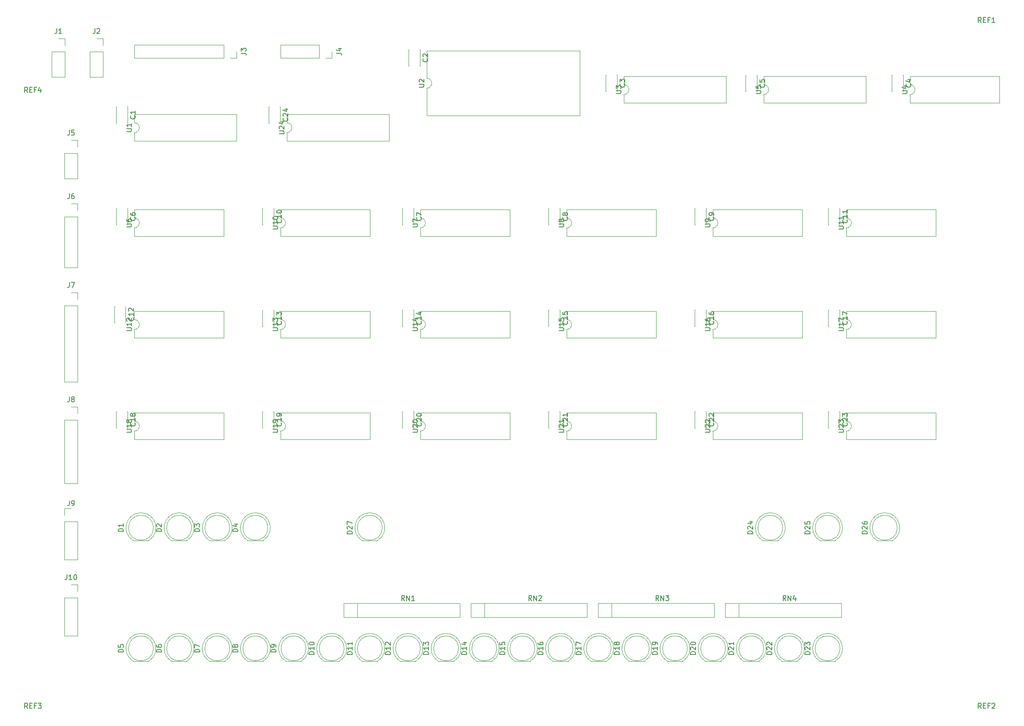
<source format=gbr>
%TF.GenerationSoftware,KiCad,Pcbnew,5.1.6-c6e7f7d~87~ubuntu16.04.1*%
%TF.CreationDate,2022-03-08T12:51:21-05:00*%
%TF.ProjectId,riscy_control,72697363-795f-4636-9f6e-74726f6c2e6b,rev?*%
%TF.SameCoordinates,Original*%
%TF.FileFunction,Legend,Top*%
%TF.FilePolarity,Positive*%
%FSLAX46Y46*%
G04 Gerber Fmt 4.6, Leading zero omitted, Abs format (unit mm)*
G04 Created by KiCad (PCBNEW 5.1.6-c6e7f7d~87~ubuntu16.04.1) date 2022-03-08 12:51:21*
%MOMM*%
%LPD*%
G01*
G04 APERTURE LIST*
%ADD10C,0.120000*%
%ADD11C,0.150000*%
G04 APERTURE END LIST*
D10*
%TO.C,J9*%
X10100000Y-97730000D02*
X11430000Y-97730000D01*
X10100000Y-99060000D02*
X10100000Y-97730000D01*
X10100000Y-100330000D02*
X12760000Y-100330000D01*
X12760000Y-100330000D02*
X12760000Y-108010000D01*
X10100000Y-100330000D02*
X10100000Y-108010000D01*
X10100000Y-108010000D02*
X12760000Y-108010000D01*
%TO.C,U2*%
X82490000Y-6240000D02*
X82490000Y-11700000D01*
X113090000Y-6240000D02*
X82490000Y-6240000D01*
X113090000Y-19160000D02*
X113090000Y-6240000D01*
X82490000Y-19160000D02*
X113090000Y-19160000D01*
X82490000Y-13700000D02*
X82490000Y-19160000D01*
X82490000Y-11700000D02*
G75*
G02*
X82490000Y-13700000I0J-1000000D01*
G01*
%TO.C,U24*%
X54550000Y-18940000D02*
X54550000Y-20590000D01*
X74990000Y-18940000D02*
X54550000Y-18940000D01*
X74990000Y-24240000D02*
X74990000Y-18940000D01*
X54550000Y-24240000D02*
X74990000Y-24240000D01*
X54550000Y-22590000D02*
X54550000Y-24240000D01*
X54550000Y-20590000D02*
G75*
G02*
X54550000Y-22590000I0J-1000000D01*
G01*
%TO.C,U23*%
X166310000Y-78630000D02*
X166310000Y-80280000D01*
X184210000Y-78630000D02*
X166310000Y-78630000D01*
X184210000Y-83930000D02*
X184210000Y-78630000D01*
X166310000Y-83930000D02*
X184210000Y-83930000D01*
X166310000Y-82280000D02*
X166310000Y-83930000D01*
X166310000Y-80280000D02*
G75*
G02*
X166310000Y-82280000I0J-1000000D01*
G01*
%TO.C,U22*%
X139640000Y-78630000D02*
X139640000Y-80280000D01*
X157540000Y-78630000D02*
X139640000Y-78630000D01*
X157540000Y-83930000D02*
X157540000Y-78630000D01*
X139640000Y-83930000D02*
X157540000Y-83930000D01*
X139640000Y-82280000D02*
X139640000Y-83930000D01*
X139640000Y-80280000D02*
G75*
G02*
X139640000Y-82280000I0J-1000000D01*
G01*
%TO.C,U21*%
X110430000Y-78630000D02*
X110430000Y-80280000D01*
X128330000Y-78630000D02*
X110430000Y-78630000D01*
X128330000Y-83930000D02*
X128330000Y-78630000D01*
X110430000Y-83930000D02*
X128330000Y-83930000D01*
X110430000Y-82280000D02*
X110430000Y-83930000D01*
X110430000Y-80280000D02*
G75*
G02*
X110430000Y-82280000I0J-1000000D01*
G01*
%TO.C,U20*%
X81220000Y-78630000D02*
X81220000Y-80280000D01*
X99120000Y-78630000D02*
X81220000Y-78630000D01*
X99120000Y-83930000D02*
X99120000Y-78630000D01*
X81220000Y-83930000D02*
X99120000Y-83930000D01*
X81220000Y-82280000D02*
X81220000Y-83930000D01*
X81220000Y-80280000D02*
G75*
G02*
X81220000Y-82280000I0J-1000000D01*
G01*
%TO.C,U19*%
X53280000Y-78630000D02*
X53280000Y-80280000D01*
X71180000Y-78630000D02*
X53280000Y-78630000D01*
X71180000Y-83930000D02*
X71180000Y-78630000D01*
X53280000Y-83930000D02*
X71180000Y-83930000D01*
X53280000Y-82280000D02*
X53280000Y-83930000D01*
X53280000Y-80280000D02*
G75*
G02*
X53280000Y-82280000I0J-1000000D01*
G01*
%TO.C,U18*%
X24070000Y-78630000D02*
X24070000Y-80280000D01*
X41970000Y-78630000D02*
X24070000Y-78630000D01*
X41970000Y-83930000D02*
X41970000Y-78630000D01*
X24070000Y-83930000D02*
X41970000Y-83930000D01*
X24070000Y-82280000D02*
X24070000Y-83930000D01*
X24070000Y-80280000D02*
G75*
G02*
X24070000Y-82280000I0J-1000000D01*
G01*
%TO.C,U17*%
X166310000Y-58310000D02*
X166310000Y-59960000D01*
X184210000Y-58310000D02*
X166310000Y-58310000D01*
X184210000Y-63610000D02*
X184210000Y-58310000D01*
X166310000Y-63610000D02*
X184210000Y-63610000D01*
X166310000Y-61960000D02*
X166310000Y-63610000D01*
X166310000Y-59960000D02*
G75*
G02*
X166310000Y-61960000I0J-1000000D01*
G01*
%TO.C,U16*%
X139640000Y-58310000D02*
X139640000Y-59960000D01*
X157540000Y-58310000D02*
X139640000Y-58310000D01*
X157540000Y-63610000D02*
X157540000Y-58310000D01*
X139640000Y-63610000D02*
X157540000Y-63610000D01*
X139640000Y-61960000D02*
X139640000Y-63610000D01*
X139640000Y-59960000D02*
G75*
G02*
X139640000Y-61960000I0J-1000000D01*
G01*
%TO.C,U15*%
X110430000Y-58310000D02*
X110430000Y-59960000D01*
X128330000Y-58310000D02*
X110430000Y-58310000D01*
X128330000Y-63610000D02*
X128330000Y-58310000D01*
X110430000Y-63610000D02*
X128330000Y-63610000D01*
X110430000Y-61960000D02*
X110430000Y-63610000D01*
X110430000Y-59960000D02*
G75*
G02*
X110430000Y-61960000I0J-1000000D01*
G01*
%TO.C,U14*%
X81220000Y-58310000D02*
X81220000Y-59960000D01*
X99120000Y-58310000D02*
X81220000Y-58310000D01*
X99120000Y-63610000D02*
X99120000Y-58310000D01*
X81220000Y-63610000D02*
X99120000Y-63610000D01*
X81220000Y-61960000D02*
X81220000Y-63610000D01*
X81220000Y-59960000D02*
G75*
G02*
X81220000Y-61960000I0J-1000000D01*
G01*
%TO.C,U13*%
X53280000Y-58310000D02*
X53280000Y-59960000D01*
X71180000Y-58310000D02*
X53280000Y-58310000D01*
X71180000Y-63610000D02*
X71180000Y-58310000D01*
X53280000Y-63610000D02*
X71180000Y-63610000D01*
X53280000Y-61960000D02*
X53280000Y-63610000D01*
X53280000Y-59960000D02*
G75*
G02*
X53280000Y-61960000I0J-1000000D01*
G01*
%TO.C,U12*%
X24070000Y-58310000D02*
X24070000Y-59960000D01*
X41970000Y-58310000D02*
X24070000Y-58310000D01*
X41970000Y-63610000D02*
X41970000Y-58310000D01*
X24070000Y-63610000D02*
X41970000Y-63610000D01*
X24070000Y-61960000D02*
X24070000Y-63610000D01*
X24070000Y-59960000D02*
G75*
G02*
X24070000Y-61960000I0J-1000000D01*
G01*
%TO.C,U11*%
X166310000Y-37990000D02*
X166310000Y-39640000D01*
X184210000Y-37990000D02*
X166310000Y-37990000D01*
X184210000Y-43290000D02*
X184210000Y-37990000D01*
X166310000Y-43290000D02*
X184210000Y-43290000D01*
X166310000Y-41640000D02*
X166310000Y-43290000D01*
X166310000Y-39640000D02*
G75*
G02*
X166310000Y-41640000I0J-1000000D01*
G01*
%TO.C,U10*%
X53280000Y-41640000D02*
X53280000Y-43290000D01*
X53280000Y-43290000D02*
X71180000Y-43290000D01*
X71180000Y-43290000D02*
X71180000Y-37990000D01*
X71180000Y-37990000D02*
X53280000Y-37990000D01*
X53280000Y-37990000D02*
X53280000Y-39640000D01*
X53280000Y-39640000D02*
G75*
G02*
X53280000Y-41640000I0J-1000000D01*
G01*
%TO.C,U9*%
X139640000Y-41640000D02*
X139640000Y-43290000D01*
X139640000Y-43290000D02*
X157540000Y-43290000D01*
X157540000Y-43290000D02*
X157540000Y-37990000D01*
X157540000Y-37990000D02*
X139640000Y-37990000D01*
X139640000Y-37990000D02*
X139640000Y-39640000D01*
X139640000Y-39640000D02*
G75*
G02*
X139640000Y-41640000I0J-1000000D01*
G01*
%TO.C,U8*%
X110430000Y-41640000D02*
X110430000Y-43290000D01*
X110430000Y-43290000D02*
X128330000Y-43290000D01*
X128330000Y-43290000D02*
X128330000Y-37990000D01*
X128330000Y-37990000D02*
X110430000Y-37990000D01*
X110430000Y-37990000D02*
X110430000Y-39640000D01*
X110430000Y-39640000D02*
G75*
G02*
X110430000Y-41640000I0J-1000000D01*
G01*
%TO.C,U7*%
X81220000Y-41640000D02*
X81220000Y-43290000D01*
X81220000Y-43290000D02*
X99120000Y-43290000D01*
X99120000Y-43290000D02*
X99120000Y-37990000D01*
X99120000Y-37990000D02*
X81220000Y-37990000D01*
X81220000Y-37990000D02*
X81220000Y-39640000D01*
X81220000Y-39640000D02*
G75*
G02*
X81220000Y-41640000I0J-1000000D01*
G01*
%TO.C,U6*%
X24070000Y-37990000D02*
X24070000Y-39640000D01*
X41970000Y-37990000D02*
X24070000Y-37990000D01*
X41970000Y-43290000D02*
X41970000Y-37990000D01*
X24070000Y-43290000D02*
X41970000Y-43290000D01*
X24070000Y-41640000D02*
X24070000Y-43290000D01*
X24070000Y-39640000D02*
G75*
G02*
X24070000Y-41640000I0J-1000000D01*
G01*
%TO.C,U5*%
X149800000Y-11320000D02*
X149800000Y-12970000D01*
X170240000Y-11320000D02*
X149800000Y-11320000D01*
X170240000Y-16620000D02*
X170240000Y-11320000D01*
X149800000Y-16620000D02*
X170240000Y-16620000D01*
X149800000Y-14970000D02*
X149800000Y-16620000D01*
X149800000Y-12970000D02*
G75*
G02*
X149800000Y-14970000I0J-1000000D01*
G01*
%TO.C,U4*%
X179010000Y-11320000D02*
X179010000Y-12970000D01*
X196910000Y-11320000D02*
X179010000Y-11320000D01*
X196910000Y-16620000D02*
X196910000Y-11320000D01*
X179010000Y-16620000D02*
X196910000Y-16620000D01*
X179010000Y-14970000D02*
X179010000Y-16620000D01*
X179010000Y-12970000D02*
G75*
G02*
X179010000Y-14970000I0J-1000000D01*
G01*
%TO.C,U3*%
X121860000Y-11320000D02*
X121860000Y-12970000D01*
X142300000Y-11320000D02*
X121860000Y-11320000D01*
X142300000Y-16620000D02*
X142300000Y-11320000D01*
X121860000Y-16620000D02*
X142300000Y-16620000D01*
X121860000Y-14970000D02*
X121860000Y-16620000D01*
X121860000Y-12970000D02*
G75*
G02*
X121860000Y-14970000I0J-1000000D01*
G01*
%TO.C,U1*%
X24070000Y-18940000D02*
X24070000Y-20590000D01*
X44510000Y-18940000D02*
X24070000Y-18940000D01*
X44510000Y-24240000D02*
X44510000Y-18940000D01*
X24070000Y-24240000D02*
X44510000Y-24240000D01*
X24070000Y-22590000D02*
X24070000Y-24240000D01*
X24070000Y-20590000D02*
G75*
G02*
X24070000Y-22590000I0J-1000000D01*
G01*
%TO.C,RN4*%
X144780000Y-116710000D02*
X144780000Y-119510000D01*
X165270000Y-116710000D02*
X142070000Y-116710000D01*
X165270000Y-119510000D02*
X165270000Y-116710000D01*
X142070000Y-119510000D02*
X165270000Y-119510000D01*
X142070000Y-116710000D02*
X142070000Y-119510000D01*
%TO.C,RN3*%
X119380000Y-116710000D02*
X119380000Y-119510000D01*
X139870000Y-116710000D02*
X116670000Y-116710000D01*
X139870000Y-119510000D02*
X139870000Y-116710000D01*
X116670000Y-119510000D02*
X139870000Y-119510000D01*
X116670000Y-116710000D02*
X116670000Y-119510000D01*
%TO.C,RN2*%
X93980000Y-116710000D02*
X93980000Y-119510000D01*
X114470000Y-116710000D02*
X91270000Y-116710000D01*
X114470000Y-119510000D02*
X114470000Y-116710000D01*
X91270000Y-119510000D02*
X114470000Y-119510000D01*
X91270000Y-116710000D02*
X91270000Y-119510000D01*
%TO.C,RN1*%
X68580000Y-116710000D02*
X68580000Y-119510000D01*
X89070000Y-116710000D02*
X65870000Y-116710000D01*
X89070000Y-119510000D02*
X89070000Y-116710000D01*
X65870000Y-119510000D02*
X89070000Y-119510000D01*
X65870000Y-116710000D02*
X65870000Y-119510000D01*
%TO.C,J10*%
X11430000Y-112970000D02*
X12760000Y-112970000D01*
X12760000Y-112970000D02*
X12760000Y-114300000D01*
X12760000Y-115570000D02*
X12760000Y-123250000D01*
X10100000Y-123250000D02*
X12760000Y-123250000D01*
X10100000Y-115570000D02*
X10100000Y-123250000D01*
X10100000Y-115570000D02*
X12760000Y-115570000D01*
%TO.C,J8*%
X11430000Y-77410000D02*
X12760000Y-77410000D01*
X12760000Y-77410000D02*
X12760000Y-78740000D01*
X12760000Y-80010000D02*
X12760000Y-92770000D01*
X10100000Y-92770000D02*
X12760000Y-92770000D01*
X10100000Y-80010000D02*
X10100000Y-92770000D01*
X10100000Y-80010000D02*
X12760000Y-80010000D01*
%TO.C,J7*%
X11430000Y-54550000D02*
X12760000Y-54550000D01*
X12760000Y-54550000D02*
X12760000Y-55880000D01*
X12760000Y-57150000D02*
X12760000Y-72450000D01*
X10100000Y-72450000D02*
X12760000Y-72450000D01*
X10100000Y-57150000D02*
X10100000Y-72450000D01*
X10100000Y-57150000D02*
X12760000Y-57150000D01*
%TO.C,J6*%
X11430000Y-36770000D02*
X12760000Y-36770000D01*
X12760000Y-36770000D02*
X12760000Y-38100000D01*
X12760000Y-39370000D02*
X12760000Y-49590000D01*
X10100000Y-49590000D02*
X12760000Y-49590000D01*
X10100000Y-39370000D02*
X10100000Y-49590000D01*
X10100000Y-39370000D02*
X12760000Y-39370000D01*
%TO.C,J5*%
X11430000Y-24070000D02*
X12760000Y-24070000D01*
X12760000Y-24070000D02*
X12760000Y-25400000D01*
X12760000Y-26670000D02*
X12760000Y-31810000D01*
X10100000Y-31810000D02*
X12760000Y-31810000D01*
X10100000Y-26670000D02*
X10100000Y-31810000D01*
X10100000Y-26670000D02*
X12760000Y-26670000D01*
%TO.C,J4*%
X63560000Y-6350000D02*
X63560000Y-7680000D01*
X63560000Y-7680000D02*
X62230000Y-7680000D01*
X60960000Y-7680000D02*
X53280000Y-7680000D01*
X53280000Y-5020000D02*
X53280000Y-7680000D01*
X60960000Y-5020000D02*
X53280000Y-5020000D01*
X60960000Y-5020000D02*
X60960000Y-7680000D01*
%TO.C,J3*%
X44510000Y-6350000D02*
X44510000Y-7680000D01*
X44510000Y-7680000D02*
X43180000Y-7680000D01*
X41910000Y-7680000D02*
X24070000Y-7680000D01*
X24070000Y-5020000D02*
X24070000Y-7680000D01*
X41910000Y-5020000D02*
X24070000Y-5020000D01*
X41910000Y-5020000D02*
X41910000Y-7680000D01*
%TO.C,J2*%
X16510000Y-3750000D02*
X17840000Y-3750000D01*
X17840000Y-3750000D02*
X17840000Y-5080000D01*
X17840000Y-6350000D02*
X17840000Y-11490000D01*
X15180000Y-11490000D02*
X17840000Y-11490000D01*
X15180000Y-6350000D02*
X15180000Y-11490000D01*
X15180000Y-6350000D02*
X17840000Y-6350000D01*
%TO.C,J1*%
X8890000Y-3750000D02*
X10220000Y-3750000D01*
X10220000Y-3750000D02*
X10220000Y-5080000D01*
X10220000Y-6350000D02*
X10220000Y-11490000D01*
X7560000Y-11490000D02*
X10220000Y-11490000D01*
X7560000Y-6350000D02*
X7560000Y-11490000D01*
X7560000Y-6350000D02*
X10220000Y-6350000D01*
%TO.C,D27*%
X69575000Y-104160000D02*
X72665000Y-104160000D01*
X73620000Y-101600000D02*
G75*
G03*
X73620000Y-101600000I-2500000J0D01*
G01*
X71119538Y-98610000D02*
G75*
G02*
X72664830Y-104160000I462J-2990000D01*
G01*
X71120462Y-98610000D02*
G75*
G03*
X69575170Y-104160000I-462J-2990000D01*
G01*
%TO.C,D26*%
X172445000Y-104160000D02*
X175535000Y-104160000D01*
X176490000Y-101600000D02*
G75*
G03*
X176490000Y-101600000I-2500000J0D01*
G01*
X173989538Y-98610000D02*
G75*
G02*
X175534830Y-104160000I462J-2990000D01*
G01*
X173990462Y-98610000D02*
G75*
G03*
X172445170Y-104160000I-462J-2990000D01*
G01*
%TO.C,D25*%
X161015000Y-104160000D02*
X164105000Y-104160000D01*
X165060000Y-101600000D02*
G75*
G03*
X165060000Y-101600000I-2500000J0D01*
G01*
X162559538Y-98610000D02*
G75*
G02*
X164104830Y-104160000I462J-2990000D01*
G01*
X162560462Y-98610000D02*
G75*
G03*
X161015170Y-104160000I-462J-2990000D01*
G01*
%TO.C,D24*%
X149585000Y-104160000D02*
X152675000Y-104160000D01*
X153630000Y-101600000D02*
G75*
G03*
X153630000Y-101600000I-2500000J0D01*
G01*
X151129538Y-98610000D02*
G75*
G02*
X152674830Y-104160000I462J-2990000D01*
G01*
X151130462Y-98610000D02*
G75*
G03*
X149585170Y-104160000I-462J-2990000D01*
G01*
%TO.C,D23*%
X161015000Y-128290000D02*
X164105000Y-128290000D01*
X165060000Y-125730000D02*
G75*
G03*
X165060000Y-125730000I-2500000J0D01*
G01*
X162559538Y-122740000D02*
G75*
G02*
X164104830Y-128290000I462J-2990000D01*
G01*
X162560462Y-122740000D02*
G75*
G03*
X161015170Y-128290000I-462J-2990000D01*
G01*
%TO.C,D22*%
X153395000Y-128290000D02*
X156485000Y-128290000D01*
X157440000Y-125730000D02*
G75*
G03*
X157440000Y-125730000I-2500000J0D01*
G01*
X154939538Y-122740000D02*
G75*
G02*
X156484830Y-128290000I462J-2990000D01*
G01*
X154940462Y-122740000D02*
G75*
G03*
X153395170Y-128290000I-462J-2990000D01*
G01*
%TO.C,D21*%
X145775000Y-128290000D02*
X148865000Y-128290000D01*
X149820000Y-125730000D02*
G75*
G03*
X149820000Y-125730000I-2500000J0D01*
G01*
X147319538Y-122740000D02*
G75*
G02*
X148864830Y-128290000I462J-2990000D01*
G01*
X147320462Y-122740000D02*
G75*
G03*
X145775170Y-128290000I-462J-2990000D01*
G01*
%TO.C,D20*%
X138155000Y-128290000D02*
X141245000Y-128290000D01*
X142200000Y-125730000D02*
G75*
G03*
X142200000Y-125730000I-2500000J0D01*
G01*
X139699538Y-122740000D02*
G75*
G02*
X141244830Y-128290000I462J-2990000D01*
G01*
X139700462Y-122740000D02*
G75*
G03*
X138155170Y-128290000I-462J-2990000D01*
G01*
%TO.C,D19*%
X130535000Y-128290000D02*
X133625000Y-128290000D01*
X134580000Y-125730000D02*
G75*
G03*
X134580000Y-125730000I-2500000J0D01*
G01*
X132079538Y-122740000D02*
G75*
G02*
X133624830Y-128290000I462J-2990000D01*
G01*
X132080462Y-122740000D02*
G75*
G03*
X130535170Y-128290000I-462J-2990000D01*
G01*
%TO.C,D18*%
X122915000Y-128290000D02*
X126005000Y-128290000D01*
X126960000Y-125730000D02*
G75*
G03*
X126960000Y-125730000I-2500000J0D01*
G01*
X124459538Y-122740000D02*
G75*
G02*
X126004830Y-128290000I462J-2990000D01*
G01*
X124460462Y-122740000D02*
G75*
G03*
X122915170Y-128290000I-462J-2990000D01*
G01*
%TO.C,D17*%
X115295000Y-128290000D02*
X118385000Y-128290000D01*
X119340000Y-125730000D02*
G75*
G03*
X119340000Y-125730000I-2500000J0D01*
G01*
X116839538Y-122740000D02*
G75*
G02*
X118384830Y-128290000I462J-2990000D01*
G01*
X116840462Y-122740000D02*
G75*
G03*
X115295170Y-128290000I-462J-2990000D01*
G01*
%TO.C,D16*%
X107675000Y-128290000D02*
X110765000Y-128290000D01*
X111720000Y-125730000D02*
G75*
G03*
X111720000Y-125730000I-2500000J0D01*
G01*
X109219538Y-122740000D02*
G75*
G02*
X110764830Y-128290000I462J-2990000D01*
G01*
X109220462Y-122740000D02*
G75*
G03*
X107675170Y-128290000I-462J-2990000D01*
G01*
%TO.C,D15*%
X100055000Y-128290000D02*
X103145000Y-128290000D01*
X104100000Y-125730000D02*
G75*
G03*
X104100000Y-125730000I-2500000J0D01*
G01*
X101599538Y-122740000D02*
G75*
G02*
X103144830Y-128290000I462J-2990000D01*
G01*
X101600462Y-122740000D02*
G75*
G03*
X100055170Y-128290000I-462J-2990000D01*
G01*
%TO.C,D14*%
X92435000Y-128290000D02*
X95525000Y-128290000D01*
X96480000Y-125730000D02*
G75*
G03*
X96480000Y-125730000I-2500000J0D01*
G01*
X93979538Y-122740000D02*
G75*
G02*
X95524830Y-128290000I462J-2990000D01*
G01*
X93980462Y-122740000D02*
G75*
G03*
X92435170Y-128290000I-462J-2990000D01*
G01*
%TO.C,D13*%
X84815000Y-128290000D02*
X87905000Y-128290000D01*
X88860000Y-125730000D02*
G75*
G03*
X88860000Y-125730000I-2500000J0D01*
G01*
X86359538Y-122740000D02*
G75*
G02*
X87904830Y-128290000I462J-2990000D01*
G01*
X86360462Y-122740000D02*
G75*
G03*
X84815170Y-128290000I-462J-2990000D01*
G01*
%TO.C,D12*%
X77195000Y-128290000D02*
X80285000Y-128290000D01*
X81240000Y-125730000D02*
G75*
G03*
X81240000Y-125730000I-2500000J0D01*
G01*
X78739538Y-122740000D02*
G75*
G02*
X80284830Y-128290000I462J-2990000D01*
G01*
X78740462Y-122740000D02*
G75*
G03*
X77195170Y-128290000I-462J-2990000D01*
G01*
%TO.C,D11*%
X69575000Y-128290000D02*
X72665000Y-128290000D01*
X73620000Y-125730000D02*
G75*
G03*
X73620000Y-125730000I-2500000J0D01*
G01*
X71119538Y-122740000D02*
G75*
G02*
X72664830Y-128290000I462J-2990000D01*
G01*
X71120462Y-122740000D02*
G75*
G03*
X69575170Y-128290000I-462J-2990000D01*
G01*
%TO.C,D10*%
X61955000Y-128290000D02*
X65045000Y-128290000D01*
X66000000Y-125730000D02*
G75*
G03*
X66000000Y-125730000I-2500000J0D01*
G01*
X63499538Y-122740000D02*
G75*
G02*
X65044830Y-128290000I462J-2990000D01*
G01*
X63500462Y-122740000D02*
G75*
G03*
X61955170Y-128290000I-462J-2990000D01*
G01*
%TO.C,D9*%
X54335000Y-128290000D02*
X57425000Y-128290000D01*
X58380000Y-125730000D02*
G75*
G03*
X58380000Y-125730000I-2500000J0D01*
G01*
X55879538Y-122740000D02*
G75*
G02*
X57424830Y-128290000I462J-2990000D01*
G01*
X55880462Y-122740000D02*
G75*
G03*
X54335170Y-128290000I-462J-2990000D01*
G01*
%TO.C,D8*%
X46715000Y-128290000D02*
X49805000Y-128290000D01*
X50760000Y-125730000D02*
G75*
G03*
X50760000Y-125730000I-2500000J0D01*
G01*
X48259538Y-122740000D02*
G75*
G02*
X49804830Y-128290000I462J-2990000D01*
G01*
X48260462Y-122740000D02*
G75*
G03*
X46715170Y-128290000I-462J-2990000D01*
G01*
%TO.C,D7*%
X39095000Y-128290000D02*
X42185000Y-128290000D01*
X43140000Y-125730000D02*
G75*
G03*
X43140000Y-125730000I-2500000J0D01*
G01*
X40639538Y-122740000D02*
G75*
G02*
X42184830Y-128290000I462J-2990000D01*
G01*
X40640462Y-122740000D02*
G75*
G03*
X39095170Y-128290000I-462J-2990000D01*
G01*
%TO.C,D6*%
X31475000Y-128290000D02*
X34565000Y-128290000D01*
X35520000Y-125730000D02*
G75*
G03*
X35520000Y-125730000I-2500000J0D01*
G01*
X33019538Y-122740000D02*
G75*
G02*
X34564830Y-128290000I462J-2990000D01*
G01*
X33020462Y-122740000D02*
G75*
G03*
X31475170Y-128290000I-462J-2990000D01*
G01*
%TO.C,D5*%
X23855000Y-128290000D02*
X26945000Y-128290000D01*
X27900000Y-125730000D02*
G75*
G03*
X27900000Y-125730000I-2500000J0D01*
G01*
X25399538Y-122740000D02*
G75*
G02*
X26944830Y-128290000I462J-2990000D01*
G01*
X25400462Y-122740000D02*
G75*
G03*
X23855170Y-128290000I-462J-2990000D01*
G01*
%TO.C,D4*%
X46715000Y-104160000D02*
X49805000Y-104160000D01*
X50760000Y-101600000D02*
G75*
G03*
X50760000Y-101600000I-2500000J0D01*
G01*
X48259538Y-98610000D02*
G75*
G02*
X49804830Y-104160000I462J-2990000D01*
G01*
X48260462Y-98610000D02*
G75*
G03*
X46715170Y-104160000I-462J-2990000D01*
G01*
%TO.C,D3*%
X39095000Y-104160000D02*
X42185000Y-104160000D01*
X43140000Y-101600000D02*
G75*
G03*
X43140000Y-101600000I-2500000J0D01*
G01*
X40639538Y-98610000D02*
G75*
G02*
X42184830Y-104160000I462J-2990000D01*
G01*
X40640462Y-98610000D02*
G75*
G03*
X39095170Y-104160000I-462J-2990000D01*
G01*
%TO.C,D2*%
X31475000Y-104160000D02*
X34565000Y-104160000D01*
X35520000Y-101600000D02*
G75*
G03*
X35520000Y-101600000I-2500000J0D01*
G01*
X33019538Y-98610000D02*
G75*
G02*
X34564830Y-104160000I462J-2990000D01*
G01*
X33020462Y-98610000D02*
G75*
G03*
X31475170Y-104160000I-462J-2990000D01*
G01*
%TO.C,D1*%
X23855000Y-104160000D02*
X26945000Y-104160000D01*
X27900000Y-101600000D02*
G75*
G03*
X27900000Y-101600000I-2500000J0D01*
G01*
X25399538Y-98610000D02*
G75*
G02*
X26944830Y-104160000I462J-2990000D01*
G01*
X25400462Y-98610000D02*
G75*
G03*
X23855170Y-104160000I-462J-2990000D01*
G01*
%TO.C,C24*%
X51015000Y-20650000D02*
X50950000Y-20650000D01*
X53190000Y-20650000D02*
X53125000Y-20650000D01*
X51015000Y-17410000D02*
X50950000Y-17410000D01*
X53190000Y-17410000D02*
X53125000Y-17410000D01*
X50950000Y-17410000D02*
X50950000Y-20650000D01*
X53190000Y-17410000D02*
X53190000Y-20650000D01*
%TO.C,C23*%
X162775000Y-81610000D02*
X162710000Y-81610000D01*
X164950000Y-81610000D02*
X164885000Y-81610000D01*
X162775000Y-78370000D02*
X162710000Y-78370000D01*
X164950000Y-78370000D02*
X164885000Y-78370000D01*
X162710000Y-78370000D02*
X162710000Y-81610000D01*
X164950000Y-78370000D02*
X164950000Y-81610000D01*
%TO.C,C22*%
X136105000Y-81610000D02*
X136040000Y-81610000D01*
X138280000Y-81610000D02*
X138215000Y-81610000D01*
X136105000Y-78370000D02*
X136040000Y-78370000D01*
X138280000Y-78370000D02*
X138215000Y-78370000D01*
X136040000Y-78370000D02*
X136040000Y-81610000D01*
X138280000Y-78370000D02*
X138280000Y-81610000D01*
%TO.C,C21*%
X106895000Y-81610000D02*
X106830000Y-81610000D01*
X109070000Y-81610000D02*
X109005000Y-81610000D01*
X106895000Y-78370000D02*
X106830000Y-78370000D01*
X109070000Y-78370000D02*
X109005000Y-78370000D01*
X106830000Y-78370000D02*
X106830000Y-81610000D01*
X109070000Y-78370000D02*
X109070000Y-81610000D01*
%TO.C,C20*%
X77685000Y-81610000D02*
X77620000Y-81610000D01*
X79860000Y-81610000D02*
X79795000Y-81610000D01*
X77685000Y-78370000D02*
X77620000Y-78370000D01*
X79860000Y-78370000D02*
X79795000Y-78370000D01*
X77620000Y-78370000D02*
X77620000Y-81610000D01*
X79860000Y-78370000D02*
X79860000Y-81610000D01*
%TO.C,C19*%
X49745000Y-81610000D02*
X49680000Y-81610000D01*
X51920000Y-81610000D02*
X51855000Y-81610000D01*
X49745000Y-78370000D02*
X49680000Y-78370000D01*
X51920000Y-78370000D02*
X51855000Y-78370000D01*
X49680000Y-78370000D02*
X49680000Y-81610000D01*
X51920000Y-78370000D02*
X51920000Y-81610000D01*
%TO.C,C18*%
X20535000Y-81610000D02*
X20470000Y-81610000D01*
X22710000Y-81610000D02*
X22645000Y-81610000D01*
X20535000Y-78370000D02*
X20470000Y-78370000D01*
X22710000Y-78370000D02*
X22645000Y-78370000D01*
X20470000Y-78370000D02*
X20470000Y-81610000D01*
X22710000Y-78370000D02*
X22710000Y-81610000D01*
%TO.C,C17*%
X162775000Y-61290000D02*
X162710000Y-61290000D01*
X164950000Y-61290000D02*
X164885000Y-61290000D01*
X162775000Y-58050000D02*
X162710000Y-58050000D01*
X164950000Y-58050000D02*
X164885000Y-58050000D01*
X162710000Y-58050000D02*
X162710000Y-61290000D01*
X164950000Y-58050000D02*
X164950000Y-61290000D01*
%TO.C,C16*%
X136105000Y-61290000D02*
X136040000Y-61290000D01*
X138280000Y-61290000D02*
X138215000Y-61290000D01*
X136105000Y-58050000D02*
X136040000Y-58050000D01*
X138280000Y-58050000D02*
X138215000Y-58050000D01*
X136040000Y-58050000D02*
X136040000Y-61290000D01*
X138280000Y-58050000D02*
X138280000Y-61290000D01*
%TO.C,C15*%
X106895000Y-61290000D02*
X106830000Y-61290000D01*
X109070000Y-61290000D02*
X109005000Y-61290000D01*
X106895000Y-58050000D02*
X106830000Y-58050000D01*
X109070000Y-58050000D02*
X109005000Y-58050000D01*
X106830000Y-58050000D02*
X106830000Y-61290000D01*
X109070000Y-58050000D02*
X109070000Y-61290000D01*
%TO.C,C14*%
X77685000Y-61290000D02*
X77620000Y-61290000D01*
X79860000Y-61290000D02*
X79795000Y-61290000D01*
X77685000Y-58050000D02*
X77620000Y-58050000D01*
X79860000Y-58050000D02*
X79795000Y-58050000D01*
X77620000Y-58050000D02*
X77620000Y-61290000D01*
X79860000Y-58050000D02*
X79860000Y-61290000D01*
%TO.C,C13*%
X49745000Y-61330000D02*
X49680000Y-61330000D01*
X51920000Y-61330000D02*
X51855000Y-61330000D01*
X49745000Y-58090000D02*
X49680000Y-58090000D01*
X51920000Y-58090000D02*
X51855000Y-58090000D01*
X49680000Y-58090000D02*
X49680000Y-61330000D01*
X51920000Y-58090000D02*
X51920000Y-61330000D01*
%TO.C,C12*%
X20165000Y-60560000D02*
X20100000Y-60560000D01*
X22340000Y-60560000D02*
X22275000Y-60560000D01*
X20165000Y-57320000D02*
X20100000Y-57320000D01*
X22340000Y-57320000D02*
X22275000Y-57320000D01*
X20100000Y-57320000D02*
X20100000Y-60560000D01*
X22340000Y-57320000D02*
X22340000Y-60560000D01*
%TO.C,C11*%
X162775000Y-40970000D02*
X162710000Y-40970000D01*
X164950000Y-40970000D02*
X164885000Y-40970000D01*
X162775000Y-37730000D02*
X162710000Y-37730000D01*
X164950000Y-37730000D02*
X164885000Y-37730000D01*
X162710000Y-37730000D02*
X162710000Y-40970000D01*
X164950000Y-37730000D02*
X164950000Y-40970000D01*
%TO.C,C10*%
X51920000Y-37730000D02*
X51920000Y-40970000D01*
X49680000Y-37730000D02*
X49680000Y-40970000D01*
X51920000Y-37730000D02*
X51855000Y-37730000D01*
X49745000Y-37730000D02*
X49680000Y-37730000D01*
X51920000Y-40970000D02*
X51855000Y-40970000D01*
X49745000Y-40970000D02*
X49680000Y-40970000D01*
%TO.C,C9*%
X138280000Y-37730000D02*
X138280000Y-40970000D01*
X136040000Y-37730000D02*
X136040000Y-40970000D01*
X138280000Y-37730000D02*
X138215000Y-37730000D01*
X136105000Y-37730000D02*
X136040000Y-37730000D01*
X138280000Y-40970000D02*
X138215000Y-40970000D01*
X136105000Y-40970000D02*
X136040000Y-40970000D01*
%TO.C,C8*%
X109070000Y-37730000D02*
X109070000Y-40970000D01*
X106830000Y-37730000D02*
X106830000Y-40970000D01*
X109070000Y-37730000D02*
X109005000Y-37730000D01*
X106895000Y-37730000D02*
X106830000Y-37730000D01*
X109070000Y-40970000D02*
X109005000Y-40970000D01*
X106895000Y-40970000D02*
X106830000Y-40970000D01*
%TO.C,C7*%
X79860000Y-37730000D02*
X79860000Y-40970000D01*
X77620000Y-37730000D02*
X77620000Y-40970000D01*
X79860000Y-37730000D02*
X79795000Y-37730000D01*
X77685000Y-37730000D02*
X77620000Y-37730000D01*
X79860000Y-40970000D02*
X79795000Y-40970000D01*
X77685000Y-40970000D02*
X77620000Y-40970000D01*
%TO.C,C6*%
X20535000Y-40970000D02*
X20470000Y-40970000D01*
X22710000Y-40970000D02*
X22645000Y-40970000D01*
X20535000Y-37730000D02*
X20470000Y-37730000D01*
X22710000Y-37730000D02*
X22645000Y-37730000D01*
X20470000Y-37730000D02*
X20470000Y-40970000D01*
X22710000Y-37730000D02*
X22710000Y-40970000D01*
%TO.C,C5*%
X146265000Y-14340000D02*
X146200000Y-14340000D01*
X148440000Y-14340000D02*
X148375000Y-14340000D01*
X146265000Y-11100000D02*
X146200000Y-11100000D01*
X148440000Y-11100000D02*
X148375000Y-11100000D01*
X146200000Y-11100000D02*
X146200000Y-14340000D01*
X148440000Y-11100000D02*
X148440000Y-14340000D01*
%TO.C,C4*%
X175475000Y-14300000D02*
X175410000Y-14300000D01*
X177650000Y-14300000D02*
X177585000Y-14300000D01*
X175475000Y-11060000D02*
X175410000Y-11060000D01*
X177650000Y-11060000D02*
X177585000Y-11060000D01*
X175410000Y-11060000D02*
X175410000Y-14300000D01*
X177650000Y-11060000D02*
X177650000Y-14300000D01*
%TO.C,C3*%
X118325000Y-14300000D02*
X118260000Y-14300000D01*
X120500000Y-14300000D02*
X120435000Y-14300000D01*
X118325000Y-11060000D02*
X118260000Y-11060000D01*
X120500000Y-11060000D02*
X120435000Y-11060000D01*
X118260000Y-11060000D02*
X118260000Y-14300000D01*
X120500000Y-11060000D02*
X120500000Y-14300000D01*
%TO.C,C2*%
X78955000Y-9220000D02*
X78890000Y-9220000D01*
X81130000Y-9220000D02*
X81065000Y-9220000D01*
X78955000Y-5980000D02*
X78890000Y-5980000D01*
X81130000Y-5980000D02*
X81065000Y-5980000D01*
X78890000Y-5980000D02*
X78890000Y-9220000D01*
X81130000Y-5980000D02*
X81130000Y-9220000D01*
%TO.C,C1*%
X20535000Y-20650000D02*
X20470000Y-20650000D01*
X22710000Y-20650000D02*
X22645000Y-20650000D01*
X20535000Y-17410000D02*
X20470000Y-17410000D01*
X22710000Y-17410000D02*
X22645000Y-17410000D01*
X20470000Y-17410000D02*
X20470000Y-20650000D01*
X22710000Y-17410000D02*
X22710000Y-20650000D01*
%TO.C,J9*%
D11*
X11096666Y-96182380D02*
X11096666Y-96896666D01*
X11049047Y-97039523D01*
X10953809Y-97134761D01*
X10810952Y-97182380D01*
X10715714Y-97182380D01*
X11620476Y-97182380D02*
X11810952Y-97182380D01*
X11906190Y-97134761D01*
X11953809Y-97087142D01*
X12049047Y-96944285D01*
X12096666Y-96753809D01*
X12096666Y-96372857D01*
X12049047Y-96277619D01*
X12001428Y-96230000D01*
X11906190Y-96182380D01*
X11715714Y-96182380D01*
X11620476Y-96230000D01*
X11572857Y-96277619D01*
X11525238Y-96372857D01*
X11525238Y-96610952D01*
X11572857Y-96706190D01*
X11620476Y-96753809D01*
X11715714Y-96801428D01*
X11906190Y-96801428D01*
X12001428Y-96753809D01*
X12049047Y-96706190D01*
X12096666Y-96610952D01*
%TO.C,U2*%
X80942380Y-13461904D02*
X81751904Y-13461904D01*
X81847142Y-13414285D01*
X81894761Y-13366666D01*
X81942380Y-13271428D01*
X81942380Y-13080952D01*
X81894761Y-12985714D01*
X81847142Y-12938095D01*
X81751904Y-12890476D01*
X80942380Y-12890476D01*
X81037619Y-12461904D02*
X80990000Y-12414285D01*
X80942380Y-12319047D01*
X80942380Y-12080952D01*
X80990000Y-11985714D01*
X81037619Y-11938095D01*
X81132857Y-11890476D01*
X81228095Y-11890476D01*
X81370952Y-11938095D01*
X81942380Y-12509523D01*
X81942380Y-11890476D01*
%TO.C,REF4*%
X2762380Y-14532380D02*
X2429047Y-14056190D01*
X2190952Y-14532380D02*
X2190952Y-13532380D01*
X2571904Y-13532380D01*
X2667142Y-13580000D01*
X2714761Y-13627619D01*
X2762380Y-13722857D01*
X2762380Y-13865714D01*
X2714761Y-13960952D01*
X2667142Y-14008571D01*
X2571904Y-14056190D01*
X2190952Y-14056190D01*
X3190952Y-14008571D02*
X3524285Y-14008571D01*
X3667142Y-14532380D02*
X3190952Y-14532380D01*
X3190952Y-13532380D01*
X3667142Y-13532380D01*
X4429047Y-14008571D02*
X4095714Y-14008571D01*
X4095714Y-14532380D02*
X4095714Y-13532380D01*
X4571904Y-13532380D01*
X5381428Y-13865714D02*
X5381428Y-14532380D01*
X5143333Y-13484761D02*
X4905238Y-14199047D01*
X5524285Y-14199047D01*
%TO.C,REF3*%
X2762380Y-137722380D02*
X2429047Y-137246190D01*
X2190952Y-137722380D02*
X2190952Y-136722380D01*
X2571904Y-136722380D01*
X2667142Y-136770000D01*
X2714761Y-136817619D01*
X2762380Y-136912857D01*
X2762380Y-137055714D01*
X2714761Y-137150952D01*
X2667142Y-137198571D01*
X2571904Y-137246190D01*
X2190952Y-137246190D01*
X3190952Y-137198571D02*
X3524285Y-137198571D01*
X3667142Y-137722380D02*
X3190952Y-137722380D01*
X3190952Y-136722380D01*
X3667142Y-136722380D01*
X4429047Y-137198571D02*
X4095714Y-137198571D01*
X4095714Y-137722380D02*
X4095714Y-136722380D01*
X4571904Y-136722380D01*
X4857619Y-136722380D02*
X5476666Y-136722380D01*
X5143333Y-137103333D01*
X5286190Y-137103333D01*
X5381428Y-137150952D01*
X5429047Y-137198571D01*
X5476666Y-137293809D01*
X5476666Y-137531904D01*
X5429047Y-137627142D01*
X5381428Y-137674761D01*
X5286190Y-137722380D01*
X5000476Y-137722380D01*
X4905238Y-137674761D01*
X4857619Y-137627142D01*
%TO.C,REF2*%
X193262380Y-137722380D02*
X192929047Y-137246190D01*
X192690952Y-137722380D02*
X192690952Y-136722380D01*
X193071904Y-136722380D01*
X193167142Y-136770000D01*
X193214761Y-136817619D01*
X193262380Y-136912857D01*
X193262380Y-137055714D01*
X193214761Y-137150952D01*
X193167142Y-137198571D01*
X193071904Y-137246190D01*
X192690952Y-137246190D01*
X193690952Y-137198571D02*
X194024285Y-137198571D01*
X194167142Y-137722380D02*
X193690952Y-137722380D01*
X193690952Y-136722380D01*
X194167142Y-136722380D01*
X194929047Y-137198571D02*
X194595714Y-137198571D01*
X194595714Y-137722380D02*
X194595714Y-136722380D01*
X195071904Y-136722380D01*
X195405238Y-136817619D02*
X195452857Y-136770000D01*
X195548095Y-136722380D01*
X195786190Y-136722380D01*
X195881428Y-136770000D01*
X195929047Y-136817619D01*
X195976666Y-136912857D01*
X195976666Y-137008095D01*
X195929047Y-137150952D01*
X195357619Y-137722380D01*
X195976666Y-137722380D01*
%TO.C,REF1*%
X193262380Y-562380D02*
X192929047Y-86190D01*
X192690952Y-562380D02*
X192690952Y437619D01*
X193071904Y437619D01*
X193167142Y390000D01*
X193214761Y342380D01*
X193262380Y247142D01*
X193262380Y104285D01*
X193214761Y9047D01*
X193167142Y-38571D01*
X193071904Y-86190D01*
X192690952Y-86190D01*
X193690952Y-38571D02*
X194024285Y-38571D01*
X194167142Y-562380D02*
X193690952Y-562380D01*
X193690952Y437619D01*
X194167142Y437619D01*
X194929047Y-38571D02*
X194595714Y-38571D01*
X194595714Y-562380D02*
X194595714Y437619D01*
X195071904Y437619D01*
X195976666Y-562380D02*
X195405238Y-562380D01*
X195690952Y-562380D02*
X195690952Y437619D01*
X195595714Y294761D01*
X195500476Y199523D01*
X195405238Y151904D01*
%TO.C,U24*%
X53002380Y-22828095D02*
X53811904Y-22828095D01*
X53907142Y-22780476D01*
X53954761Y-22732857D01*
X54002380Y-22637619D01*
X54002380Y-22447142D01*
X53954761Y-22351904D01*
X53907142Y-22304285D01*
X53811904Y-22256666D01*
X53002380Y-22256666D01*
X53097619Y-21828095D02*
X53050000Y-21780476D01*
X53002380Y-21685238D01*
X53002380Y-21447142D01*
X53050000Y-21351904D01*
X53097619Y-21304285D01*
X53192857Y-21256666D01*
X53288095Y-21256666D01*
X53430952Y-21304285D01*
X54002380Y-21875714D01*
X54002380Y-21256666D01*
X53335714Y-20399523D02*
X54002380Y-20399523D01*
X52954761Y-20637619D02*
X53669047Y-20875714D01*
X53669047Y-20256666D01*
%TO.C,U23*%
X164762380Y-82518095D02*
X165571904Y-82518095D01*
X165667142Y-82470476D01*
X165714761Y-82422857D01*
X165762380Y-82327619D01*
X165762380Y-82137142D01*
X165714761Y-82041904D01*
X165667142Y-81994285D01*
X165571904Y-81946666D01*
X164762380Y-81946666D01*
X164857619Y-81518095D02*
X164810000Y-81470476D01*
X164762380Y-81375238D01*
X164762380Y-81137142D01*
X164810000Y-81041904D01*
X164857619Y-80994285D01*
X164952857Y-80946666D01*
X165048095Y-80946666D01*
X165190952Y-80994285D01*
X165762380Y-81565714D01*
X165762380Y-80946666D01*
X164762380Y-80613333D02*
X164762380Y-79994285D01*
X165143333Y-80327619D01*
X165143333Y-80184761D01*
X165190952Y-80089523D01*
X165238571Y-80041904D01*
X165333809Y-79994285D01*
X165571904Y-79994285D01*
X165667142Y-80041904D01*
X165714761Y-80089523D01*
X165762380Y-80184761D01*
X165762380Y-80470476D01*
X165714761Y-80565714D01*
X165667142Y-80613333D01*
%TO.C,U22*%
X138092380Y-82518095D02*
X138901904Y-82518095D01*
X138997142Y-82470476D01*
X139044761Y-82422857D01*
X139092380Y-82327619D01*
X139092380Y-82137142D01*
X139044761Y-82041904D01*
X138997142Y-81994285D01*
X138901904Y-81946666D01*
X138092380Y-81946666D01*
X138187619Y-81518095D02*
X138140000Y-81470476D01*
X138092380Y-81375238D01*
X138092380Y-81137142D01*
X138140000Y-81041904D01*
X138187619Y-80994285D01*
X138282857Y-80946666D01*
X138378095Y-80946666D01*
X138520952Y-80994285D01*
X139092380Y-81565714D01*
X139092380Y-80946666D01*
X138187619Y-80565714D02*
X138140000Y-80518095D01*
X138092380Y-80422857D01*
X138092380Y-80184761D01*
X138140000Y-80089523D01*
X138187619Y-80041904D01*
X138282857Y-79994285D01*
X138378095Y-79994285D01*
X138520952Y-80041904D01*
X139092380Y-80613333D01*
X139092380Y-79994285D01*
%TO.C,U21*%
X108882380Y-82518095D02*
X109691904Y-82518095D01*
X109787142Y-82470476D01*
X109834761Y-82422857D01*
X109882380Y-82327619D01*
X109882380Y-82137142D01*
X109834761Y-82041904D01*
X109787142Y-81994285D01*
X109691904Y-81946666D01*
X108882380Y-81946666D01*
X108977619Y-81518095D02*
X108930000Y-81470476D01*
X108882380Y-81375238D01*
X108882380Y-81137142D01*
X108930000Y-81041904D01*
X108977619Y-80994285D01*
X109072857Y-80946666D01*
X109168095Y-80946666D01*
X109310952Y-80994285D01*
X109882380Y-81565714D01*
X109882380Y-80946666D01*
X109882380Y-79994285D02*
X109882380Y-80565714D01*
X109882380Y-80280000D02*
X108882380Y-80280000D01*
X109025238Y-80375238D01*
X109120476Y-80470476D01*
X109168095Y-80565714D01*
%TO.C,U20*%
X79672380Y-82518095D02*
X80481904Y-82518095D01*
X80577142Y-82470476D01*
X80624761Y-82422857D01*
X80672380Y-82327619D01*
X80672380Y-82137142D01*
X80624761Y-82041904D01*
X80577142Y-81994285D01*
X80481904Y-81946666D01*
X79672380Y-81946666D01*
X79767619Y-81518095D02*
X79720000Y-81470476D01*
X79672380Y-81375238D01*
X79672380Y-81137142D01*
X79720000Y-81041904D01*
X79767619Y-80994285D01*
X79862857Y-80946666D01*
X79958095Y-80946666D01*
X80100952Y-80994285D01*
X80672380Y-81565714D01*
X80672380Y-80946666D01*
X79672380Y-80327619D02*
X79672380Y-80232380D01*
X79720000Y-80137142D01*
X79767619Y-80089523D01*
X79862857Y-80041904D01*
X80053333Y-79994285D01*
X80291428Y-79994285D01*
X80481904Y-80041904D01*
X80577142Y-80089523D01*
X80624761Y-80137142D01*
X80672380Y-80232380D01*
X80672380Y-80327619D01*
X80624761Y-80422857D01*
X80577142Y-80470476D01*
X80481904Y-80518095D01*
X80291428Y-80565714D01*
X80053333Y-80565714D01*
X79862857Y-80518095D01*
X79767619Y-80470476D01*
X79720000Y-80422857D01*
X79672380Y-80327619D01*
%TO.C,U19*%
X51732380Y-82518095D02*
X52541904Y-82518095D01*
X52637142Y-82470476D01*
X52684761Y-82422857D01*
X52732380Y-82327619D01*
X52732380Y-82137142D01*
X52684761Y-82041904D01*
X52637142Y-81994285D01*
X52541904Y-81946666D01*
X51732380Y-81946666D01*
X52732380Y-80946666D02*
X52732380Y-81518095D01*
X52732380Y-81232380D02*
X51732380Y-81232380D01*
X51875238Y-81327619D01*
X51970476Y-81422857D01*
X52018095Y-81518095D01*
X52732380Y-80470476D02*
X52732380Y-80280000D01*
X52684761Y-80184761D01*
X52637142Y-80137142D01*
X52494285Y-80041904D01*
X52303809Y-79994285D01*
X51922857Y-79994285D01*
X51827619Y-80041904D01*
X51780000Y-80089523D01*
X51732380Y-80184761D01*
X51732380Y-80375238D01*
X51780000Y-80470476D01*
X51827619Y-80518095D01*
X51922857Y-80565714D01*
X52160952Y-80565714D01*
X52256190Y-80518095D01*
X52303809Y-80470476D01*
X52351428Y-80375238D01*
X52351428Y-80184761D01*
X52303809Y-80089523D01*
X52256190Y-80041904D01*
X52160952Y-79994285D01*
%TO.C,U18*%
X22522380Y-82518095D02*
X23331904Y-82518095D01*
X23427142Y-82470476D01*
X23474761Y-82422857D01*
X23522380Y-82327619D01*
X23522380Y-82137142D01*
X23474761Y-82041904D01*
X23427142Y-81994285D01*
X23331904Y-81946666D01*
X22522380Y-81946666D01*
X23522380Y-80946666D02*
X23522380Y-81518095D01*
X23522380Y-81232380D02*
X22522380Y-81232380D01*
X22665238Y-81327619D01*
X22760476Y-81422857D01*
X22808095Y-81518095D01*
X22950952Y-80375238D02*
X22903333Y-80470476D01*
X22855714Y-80518095D01*
X22760476Y-80565714D01*
X22712857Y-80565714D01*
X22617619Y-80518095D01*
X22570000Y-80470476D01*
X22522380Y-80375238D01*
X22522380Y-80184761D01*
X22570000Y-80089523D01*
X22617619Y-80041904D01*
X22712857Y-79994285D01*
X22760476Y-79994285D01*
X22855714Y-80041904D01*
X22903333Y-80089523D01*
X22950952Y-80184761D01*
X22950952Y-80375238D01*
X22998571Y-80470476D01*
X23046190Y-80518095D01*
X23141428Y-80565714D01*
X23331904Y-80565714D01*
X23427142Y-80518095D01*
X23474761Y-80470476D01*
X23522380Y-80375238D01*
X23522380Y-80184761D01*
X23474761Y-80089523D01*
X23427142Y-80041904D01*
X23331904Y-79994285D01*
X23141428Y-79994285D01*
X23046190Y-80041904D01*
X22998571Y-80089523D01*
X22950952Y-80184761D01*
%TO.C,U17*%
X164762380Y-62198095D02*
X165571904Y-62198095D01*
X165667142Y-62150476D01*
X165714761Y-62102857D01*
X165762380Y-62007619D01*
X165762380Y-61817142D01*
X165714761Y-61721904D01*
X165667142Y-61674285D01*
X165571904Y-61626666D01*
X164762380Y-61626666D01*
X165762380Y-60626666D02*
X165762380Y-61198095D01*
X165762380Y-60912380D02*
X164762380Y-60912380D01*
X164905238Y-61007619D01*
X165000476Y-61102857D01*
X165048095Y-61198095D01*
X164762380Y-60293333D02*
X164762380Y-59626666D01*
X165762380Y-60055238D01*
%TO.C,U16*%
X138092380Y-62198095D02*
X138901904Y-62198095D01*
X138997142Y-62150476D01*
X139044761Y-62102857D01*
X139092380Y-62007619D01*
X139092380Y-61817142D01*
X139044761Y-61721904D01*
X138997142Y-61674285D01*
X138901904Y-61626666D01*
X138092380Y-61626666D01*
X139092380Y-60626666D02*
X139092380Y-61198095D01*
X139092380Y-60912380D02*
X138092380Y-60912380D01*
X138235238Y-61007619D01*
X138330476Y-61102857D01*
X138378095Y-61198095D01*
X138092380Y-59769523D02*
X138092380Y-59960000D01*
X138140000Y-60055238D01*
X138187619Y-60102857D01*
X138330476Y-60198095D01*
X138520952Y-60245714D01*
X138901904Y-60245714D01*
X138997142Y-60198095D01*
X139044761Y-60150476D01*
X139092380Y-60055238D01*
X139092380Y-59864761D01*
X139044761Y-59769523D01*
X138997142Y-59721904D01*
X138901904Y-59674285D01*
X138663809Y-59674285D01*
X138568571Y-59721904D01*
X138520952Y-59769523D01*
X138473333Y-59864761D01*
X138473333Y-60055238D01*
X138520952Y-60150476D01*
X138568571Y-60198095D01*
X138663809Y-60245714D01*
%TO.C,U15*%
X108882380Y-62198095D02*
X109691904Y-62198095D01*
X109787142Y-62150476D01*
X109834761Y-62102857D01*
X109882380Y-62007619D01*
X109882380Y-61817142D01*
X109834761Y-61721904D01*
X109787142Y-61674285D01*
X109691904Y-61626666D01*
X108882380Y-61626666D01*
X109882380Y-60626666D02*
X109882380Y-61198095D01*
X109882380Y-60912380D02*
X108882380Y-60912380D01*
X109025238Y-61007619D01*
X109120476Y-61102857D01*
X109168095Y-61198095D01*
X108882380Y-59721904D02*
X108882380Y-60198095D01*
X109358571Y-60245714D01*
X109310952Y-60198095D01*
X109263333Y-60102857D01*
X109263333Y-59864761D01*
X109310952Y-59769523D01*
X109358571Y-59721904D01*
X109453809Y-59674285D01*
X109691904Y-59674285D01*
X109787142Y-59721904D01*
X109834761Y-59769523D01*
X109882380Y-59864761D01*
X109882380Y-60102857D01*
X109834761Y-60198095D01*
X109787142Y-60245714D01*
%TO.C,U14*%
X79672380Y-62198095D02*
X80481904Y-62198095D01*
X80577142Y-62150476D01*
X80624761Y-62102857D01*
X80672380Y-62007619D01*
X80672380Y-61817142D01*
X80624761Y-61721904D01*
X80577142Y-61674285D01*
X80481904Y-61626666D01*
X79672380Y-61626666D01*
X80672380Y-60626666D02*
X80672380Y-61198095D01*
X80672380Y-60912380D02*
X79672380Y-60912380D01*
X79815238Y-61007619D01*
X79910476Y-61102857D01*
X79958095Y-61198095D01*
X80005714Y-59769523D02*
X80672380Y-59769523D01*
X79624761Y-60007619D02*
X80339047Y-60245714D01*
X80339047Y-59626666D01*
%TO.C,U13*%
X51732380Y-62198095D02*
X52541904Y-62198095D01*
X52637142Y-62150476D01*
X52684761Y-62102857D01*
X52732380Y-62007619D01*
X52732380Y-61817142D01*
X52684761Y-61721904D01*
X52637142Y-61674285D01*
X52541904Y-61626666D01*
X51732380Y-61626666D01*
X52732380Y-60626666D02*
X52732380Y-61198095D01*
X52732380Y-60912380D02*
X51732380Y-60912380D01*
X51875238Y-61007619D01*
X51970476Y-61102857D01*
X52018095Y-61198095D01*
X51732380Y-60293333D02*
X51732380Y-59674285D01*
X52113333Y-60007619D01*
X52113333Y-59864761D01*
X52160952Y-59769523D01*
X52208571Y-59721904D01*
X52303809Y-59674285D01*
X52541904Y-59674285D01*
X52637142Y-59721904D01*
X52684761Y-59769523D01*
X52732380Y-59864761D01*
X52732380Y-60150476D01*
X52684761Y-60245714D01*
X52637142Y-60293333D01*
%TO.C,U12*%
X22522380Y-62198095D02*
X23331904Y-62198095D01*
X23427142Y-62150476D01*
X23474761Y-62102857D01*
X23522380Y-62007619D01*
X23522380Y-61817142D01*
X23474761Y-61721904D01*
X23427142Y-61674285D01*
X23331904Y-61626666D01*
X22522380Y-61626666D01*
X23522380Y-60626666D02*
X23522380Y-61198095D01*
X23522380Y-60912380D02*
X22522380Y-60912380D01*
X22665238Y-61007619D01*
X22760476Y-61102857D01*
X22808095Y-61198095D01*
X22617619Y-60245714D02*
X22570000Y-60198095D01*
X22522380Y-60102857D01*
X22522380Y-59864761D01*
X22570000Y-59769523D01*
X22617619Y-59721904D01*
X22712857Y-59674285D01*
X22808095Y-59674285D01*
X22950952Y-59721904D01*
X23522380Y-60293333D01*
X23522380Y-59674285D01*
%TO.C,U11*%
X164762380Y-41878095D02*
X165571904Y-41878095D01*
X165667142Y-41830476D01*
X165714761Y-41782857D01*
X165762380Y-41687619D01*
X165762380Y-41497142D01*
X165714761Y-41401904D01*
X165667142Y-41354285D01*
X165571904Y-41306666D01*
X164762380Y-41306666D01*
X165762380Y-40306666D02*
X165762380Y-40878095D01*
X165762380Y-40592380D02*
X164762380Y-40592380D01*
X164905238Y-40687619D01*
X165000476Y-40782857D01*
X165048095Y-40878095D01*
X165762380Y-39354285D02*
X165762380Y-39925714D01*
X165762380Y-39640000D02*
X164762380Y-39640000D01*
X164905238Y-39735238D01*
X165000476Y-39830476D01*
X165048095Y-39925714D01*
%TO.C,U10*%
X51732380Y-41878095D02*
X52541904Y-41878095D01*
X52637142Y-41830476D01*
X52684761Y-41782857D01*
X52732380Y-41687619D01*
X52732380Y-41497142D01*
X52684761Y-41401904D01*
X52637142Y-41354285D01*
X52541904Y-41306666D01*
X51732380Y-41306666D01*
X52732380Y-40306666D02*
X52732380Y-40878095D01*
X52732380Y-40592380D02*
X51732380Y-40592380D01*
X51875238Y-40687619D01*
X51970476Y-40782857D01*
X52018095Y-40878095D01*
X51732380Y-39687619D02*
X51732380Y-39592380D01*
X51780000Y-39497142D01*
X51827619Y-39449523D01*
X51922857Y-39401904D01*
X52113333Y-39354285D01*
X52351428Y-39354285D01*
X52541904Y-39401904D01*
X52637142Y-39449523D01*
X52684761Y-39497142D01*
X52732380Y-39592380D01*
X52732380Y-39687619D01*
X52684761Y-39782857D01*
X52637142Y-39830476D01*
X52541904Y-39878095D01*
X52351428Y-39925714D01*
X52113333Y-39925714D01*
X51922857Y-39878095D01*
X51827619Y-39830476D01*
X51780000Y-39782857D01*
X51732380Y-39687619D01*
%TO.C,U9*%
X138092380Y-41401904D02*
X138901904Y-41401904D01*
X138997142Y-41354285D01*
X139044761Y-41306666D01*
X139092380Y-41211428D01*
X139092380Y-41020952D01*
X139044761Y-40925714D01*
X138997142Y-40878095D01*
X138901904Y-40830476D01*
X138092380Y-40830476D01*
X139092380Y-40306666D02*
X139092380Y-40116190D01*
X139044761Y-40020952D01*
X138997142Y-39973333D01*
X138854285Y-39878095D01*
X138663809Y-39830476D01*
X138282857Y-39830476D01*
X138187619Y-39878095D01*
X138140000Y-39925714D01*
X138092380Y-40020952D01*
X138092380Y-40211428D01*
X138140000Y-40306666D01*
X138187619Y-40354285D01*
X138282857Y-40401904D01*
X138520952Y-40401904D01*
X138616190Y-40354285D01*
X138663809Y-40306666D01*
X138711428Y-40211428D01*
X138711428Y-40020952D01*
X138663809Y-39925714D01*
X138616190Y-39878095D01*
X138520952Y-39830476D01*
%TO.C,U8*%
X108882380Y-41401904D02*
X109691904Y-41401904D01*
X109787142Y-41354285D01*
X109834761Y-41306666D01*
X109882380Y-41211428D01*
X109882380Y-41020952D01*
X109834761Y-40925714D01*
X109787142Y-40878095D01*
X109691904Y-40830476D01*
X108882380Y-40830476D01*
X109310952Y-40211428D02*
X109263333Y-40306666D01*
X109215714Y-40354285D01*
X109120476Y-40401904D01*
X109072857Y-40401904D01*
X108977619Y-40354285D01*
X108930000Y-40306666D01*
X108882380Y-40211428D01*
X108882380Y-40020952D01*
X108930000Y-39925714D01*
X108977619Y-39878095D01*
X109072857Y-39830476D01*
X109120476Y-39830476D01*
X109215714Y-39878095D01*
X109263333Y-39925714D01*
X109310952Y-40020952D01*
X109310952Y-40211428D01*
X109358571Y-40306666D01*
X109406190Y-40354285D01*
X109501428Y-40401904D01*
X109691904Y-40401904D01*
X109787142Y-40354285D01*
X109834761Y-40306666D01*
X109882380Y-40211428D01*
X109882380Y-40020952D01*
X109834761Y-39925714D01*
X109787142Y-39878095D01*
X109691904Y-39830476D01*
X109501428Y-39830476D01*
X109406190Y-39878095D01*
X109358571Y-39925714D01*
X109310952Y-40020952D01*
%TO.C,U7*%
X79672380Y-41401904D02*
X80481904Y-41401904D01*
X80577142Y-41354285D01*
X80624761Y-41306666D01*
X80672380Y-41211428D01*
X80672380Y-41020952D01*
X80624761Y-40925714D01*
X80577142Y-40878095D01*
X80481904Y-40830476D01*
X79672380Y-40830476D01*
X79672380Y-40449523D02*
X79672380Y-39782857D01*
X80672380Y-40211428D01*
%TO.C,U6*%
X22522380Y-41401904D02*
X23331904Y-41401904D01*
X23427142Y-41354285D01*
X23474761Y-41306666D01*
X23522380Y-41211428D01*
X23522380Y-41020952D01*
X23474761Y-40925714D01*
X23427142Y-40878095D01*
X23331904Y-40830476D01*
X22522380Y-40830476D01*
X22522380Y-39925714D02*
X22522380Y-40116190D01*
X22570000Y-40211428D01*
X22617619Y-40259047D01*
X22760476Y-40354285D01*
X22950952Y-40401904D01*
X23331904Y-40401904D01*
X23427142Y-40354285D01*
X23474761Y-40306666D01*
X23522380Y-40211428D01*
X23522380Y-40020952D01*
X23474761Y-39925714D01*
X23427142Y-39878095D01*
X23331904Y-39830476D01*
X23093809Y-39830476D01*
X22998571Y-39878095D01*
X22950952Y-39925714D01*
X22903333Y-40020952D01*
X22903333Y-40211428D01*
X22950952Y-40306666D01*
X22998571Y-40354285D01*
X23093809Y-40401904D01*
%TO.C,U5*%
X148252380Y-14731904D02*
X149061904Y-14731904D01*
X149157142Y-14684285D01*
X149204761Y-14636666D01*
X149252380Y-14541428D01*
X149252380Y-14350952D01*
X149204761Y-14255714D01*
X149157142Y-14208095D01*
X149061904Y-14160476D01*
X148252380Y-14160476D01*
X148252380Y-13208095D02*
X148252380Y-13684285D01*
X148728571Y-13731904D01*
X148680952Y-13684285D01*
X148633333Y-13589047D01*
X148633333Y-13350952D01*
X148680952Y-13255714D01*
X148728571Y-13208095D01*
X148823809Y-13160476D01*
X149061904Y-13160476D01*
X149157142Y-13208095D01*
X149204761Y-13255714D01*
X149252380Y-13350952D01*
X149252380Y-13589047D01*
X149204761Y-13684285D01*
X149157142Y-13731904D01*
%TO.C,U4*%
X177462380Y-14731904D02*
X178271904Y-14731904D01*
X178367142Y-14684285D01*
X178414761Y-14636666D01*
X178462380Y-14541428D01*
X178462380Y-14350952D01*
X178414761Y-14255714D01*
X178367142Y-14208095D01*
X178271904Y-14160476D01*
X177462380Y-14160476D01*
X177795714Y-13255714D02*
X178462380Y-13255714D01*
X177414761Y-13493809D02*
X178129047Y-13731904D01*
X178129047Y-13112857D01*
%TO.C,U3*%
X120312380Y-14731904D02*
X121121904Y-14731904D01*
X121217142Y-14684285D01*
X121264761Y-14636666D01*
X121312380Y-14541428D01*
X121312380Y-14350952D01*
X121264761Y-14255714D01*
X121217142Y-14208095D01*
X121121904Y-14160476D01*
X120312380Y-14160476D01*
X120312380Y-13779523D02*
X120312380Y-13160476D01*
X120693333Y-13493809D01*
X120693333Y-13350952D01*
X120740952Y-13255714D01*
X120788571Y-13208095D01*
X120883809Y-13160476D01*
X121121904Y-13160476D01*
X121217142Y-13208095D01*
X121264761Y-13255714D01*
X121312380Y-13350952D01*
X121312380Y-13636666D01*
X121264761Y-13731904D01*
X121217142Y-13779523D01*
%TO.C,U1*%
X22522380Y-22351904D02*
X23331904Y-22351904D01*
X23427142Y-22304285D01*
X23474761Y-22256666D01*
X23522380Y-22161428D01*
X23522380Y-21970952D01*
X23474761Y-21875714D01*
X23427142Y-21828095D01*
X23331904Y-21780476D01*
X22522380Y-21780476D01*
X23522380Y-20780476D02*
X23522380Y-21351904D01*
X23522380Y-21066190D02*
X22522380Y-21066190D01*
X22665238Y-21161428D01*
X22760476Y-21256666D01*
X22808095Y-21351904D01*
%TO.C,RN4*%
X154249523Y-116162380D02*
X153916190Y-115686190D01*
X153678095Y-116162380D02*
X153678095Y-115162380D01*
X154059047Y-115162380D01*
X154154285Y-115210000D01*
X154201904Y-115257619D01*
X154249523Y-115352857D01*
X154249523Y-115495714D01*
X154201904Y-115590952D01*
X154154285Y-115638571D01*
X154059047Y-115686190D01*
X153678095Y-115686190D01*
X154678095Y-116162380D02*
X154678095Y-115162380D01*
X155249523Y-116162380D01*
X155249523Y-115162380D01*
X156154285Y-115495714D02*
X156154285Y-116162380D01*
X155916190Y-115114761D02*
X155678095Y-115829047D01*
X156297142Y-115829047D01*
%TO.C,RN3*%
X128849523Y-116162380D02*
X128516190Y-115686190D01*
X128278095Y-116162380D02*
X128278095Y-115162380D01*
X128659047Y-115162380D01*
X128754285Y-115210000D01*
X128801904Y-115257619D01*
X128849523Y-115352857D01*
X128849523Y-115495714D01*
X128801904Y-115590952D01*
X128754285Y-115638571D01*
X128659047Y-115686190D01*
X128278095Y-115686190D01*
X129278095Y-116162380D02*
X129278095Y-115162380D01*
X129849523Y-116162380D01*
X129849523Y-115162380D01*
X130230476Y-115162380D02*
X130849523Y-115162380D01*
X130516190Y-115543333D01*
X130659047Y-115543333D01*
X130754285Y-115590952D01*
X130801904Y-115638571D01*
X130849523Y-115733809D01*
X130849523Y-115971904D01*
X130801904Y-116067142D01*
X130754285Y-116114761D01*
X130659047Y-116162380D01*
X130373333Y-116162380D01*
X130278095Y-116114761D01*
X130230476Y-116067142D01*
%TO.C,RN2*%
X103449523Y-116162380D02*
X103116190Y-115686190D01*
X102878095Y-116162380D02*
X102878095Y-115162380D01*
X103259047Y-115162380D01*
X103354285Y-115210000D01*
X103401904Y-115257619D01*
X103449523Y-115352857D01*
X103449523Y-115495714D01*
X103401904Y-115590952D01*
X103354285Y-115638571D01*
X103259047Y-115686190D01*
X102878095Y-115686190D01*
X103878095Y-116162380D02*
X103878095Y-115162380D01*
X104449523Y-116162380D01*
X104449523Y-115162380D01*
X104878095Y-115257619D02*
X104925714Y-115210000D01*
X105020952Y-115162380D01*
X105259047Y-115162380D01*
X105354285Y-115210000D01*
X105401904Y-115257619D01*
X105449523Y-115352857D01*
X105449523Y-115448095D01*
X105401904Y-115590952D01*
X104830476Y-116162380D01*
X105449523Y-116162380D01*
%TO.C,RN1*%
X78049523Y-116162380D02*
X77716190Y-115686190D01*
X77478095Y-116162380D02*
X77478095Y-115162380D01*
X77859047Y-115162380D01*
X77954285Y-115210000D01*
X78001904Y-115257619D01*
X78049523Y-115352857D01*
X78049523Y-115495714D01*
X78001904Y-115590952D01*
X77954285Y-115638571D01*
X77859047Y-115686190D01*
X77478095Y-115686190D01*
X78478095Y-116162380D02*
X78478095Y-115162380D01*
X79049523Y-116162380D01*
X79049523Y-115162380D01*
X80049523Y-116162380D02*
X79478095Y-116162380D01*
X79763809Y-116162380D02*
X79763809Y-115162380D01*
X79668571Y-115305238D01*
X79573333Y-115400476D01*
X79478095Y-115448095D01*
%TO.C,J10*%
X10620476Y-110982380D02*
X10620476Y-111696666D01*
X10572857Y-111839523D01*
X10477619Y-111934761D01*
X10334761Y-111982380D01*
X10239523Y-111982380D01*
X11620476Y-111982380D02*
X11049047Y-111982380D01*
X11334761Y-111982380D02*
X11334761Y-110982380D01*
X11239523Y-111125238D01*
X11144285Y-111220476D01*
X11049047Y-111268095D01*
X12239523Y-110982380D02*
X12334761Y-110982380D01*
X12430000Y-111030000D01*
X12477619Y-111077619D01*
X12525238Y-111172857D01*
X12572857Y-111363333D01*
X12572857Y-111601428D01*
X12525238Y-111791904D01*
X12477619Y-111887142D01*
X12430000Y-111934761D01*
X12334761Y-111982380D01*
X12239523Y-111982380D01*
X12144285Y-111934761D01*
X12096666Y-111887142D01*
X12049047Y-111791904D01*
X12001428Y-111601428D01*
X12001428Y-111363333D01*
X12049047Y-111172857D01*
X12096666Y-111077619D01*
X12144285Y-111030000D01*
X12239523Y-110982380D01*
%TO.C,J8*%
X11096666Y-75422380D02*
X11096666Y-76136666D01*
X11049047Y-76279523D01*
X10953809Y-76374761D01*
X10810952Y-76422380D01*
X10715714Y-76422380D01*
X11715714Y-75850952D02*
X11620476Y-75803333D01*
X11572857Y-75755714D01*
X11525238Y-75660476D01*
X11525238Y-75612857D01*
X11572857Y-75517619D01*
X11620476Y-75470000D01*
X11715714Y-75422380D01*
X11906190Y-75422380D01*
X12001428Y-75470000D01*
X12049047Y-75517619D01*
X12096666Y-75612857D01*
X12096666Y-75660476D01*
X12049047Y-75755714D01*
X12001428Y-75803333D01*
X11906190Y-75850952D01*
X11715714Y-75850952D01*
X11620476Y-75898571D01*
X11572857Y-75946190D01*
X11525238Y-76041428D01*
X11525238Y-76231904D01*
X11572857Y-76327142D01*
X11620476Y-76374761D01*
X11715714Y-76422380D01*
X11906190Y-76422380D01*
X12001428Y-76374761D01*
X12049047Y-76327142D01*
X12096666Y-76231904D01*
X12096666Y-76041428D01*
X12049047Y-75946190D01*
X12001428Y-75898571D01*
X11906190Y-75850952D01*
%TO.C,J7*%
X11096666Y-52562380D02*
X11096666Y-53276666D01*
X11049047Y-53419523D01*
X10953809Y-53514761D01*
X10810952Y-53562380D01*
X10715714Y-53562380D01*
X11477619Y-52562380D02*
X12144285Y-52562380D01*
X11715714Y-53562380D01*
%TO.C,J6*%
X11096666Y-34782380D02*
X11096666Y-35496666D01*
X11049047Y-35639523D01*
X10953809Y-35734761D01*
X10810952Y-35782380D01*
X10715714Y-35782380D01*
X12001428Y-34782380D02*
X11810952Y-34782380D01*
X11715714Y-34830000D01*
X11668095Y-34877619D01*
X11572857Y-35020476D01*
X11525238Y-35210952D01*
X11525238Y-35591904D01*
X11572857Y-35687142D01*
X11620476Y-35734761D01*
X11715714Y-35782380D01*
X11906190Y-35782380D01*
X12001428Y-35734761D01*
X12049047Y-35687142D01*
X12096666Y-35591904D01*
X12096666Y-35353809D01*
X12049047Y-35258571D01*
X12001428Y-35210952D01*
X11906190Y-35163333D01*
X11715714Y-35163333D01*
X11620476Y-35210952D01*
X11572857Y-35258571D01*
X11525238Y-35353809D01*
%TO.C,J5*%
X11096666Y-22082380D02*
X11096666Y-22796666D01*
X11049047Y-22939523D01*
X10953809Y-23034761D01*
X10810952Y-23082380D01*
X10715714Y-23082380D01*
X12049047Y-22082380D02*
X11572857Y-22082380D01*
X11525238Y-22558571D01*
X11572857Y-22510952D01*
X11668095Y-22463333D01*
X11906190Y-22463333D01*
X12001428Y-22510952D01*
X12049047Y-22558571D01*
X12096666Y-22653809D01*
X12096666Y-22891904D01*
X12049047Y-22987142D01*
X12001428Y-23034761D01*
X11906190Y-23082380D01*
X11668095Y-23082380D01*
X11572857Y-23034761D01*
X11525238Y-22987142D01*
%TO.C,J4*%
X64452380Y-6683333D02*
X65166666Y-6683333D01*
X65309523Y-6730952D01*
X65404761Y-6826190D01*
X65452380Y-6969047D01*
X65452380Y-7064285D01*
X64785714Y-5778571D02*
X65452380Y-5778571D01*
X64404761Y-6016666D02*
X65119047Y-6254761D01*
X65119047Y-5635714D01*
%TO.C,J3*%
X45402380Y-6683333D02*
X46116666Y-6683333D01*
X46259523Y-6730952D01*
X46354761Y-6826190D01*
X46402380Y-6969047D01*
X46402380Y-7064285D01*
X45402380Y-6302380D02*
X45402380Y-5683333D01*
X45783333Y-6016666D01*
X45783333Y-5873809D01*
X45830952Y-5778571D01*
X45878571Y-5730952D01*
X45973809Y-5683333D01*
X46211904Y-5683333D01*
X46307142Y-5730952D01*
X46354761Y-5778571D01*
X46402380Y-5873809D01*
X46402380Y-6159523D01*
X46354761Y-6254761D01*
X46307142Y-6302380D01*
%TO.C,J2*%
X16176666Y-1762380D02*
X16176666Y-2476666D01*
X16129047Y-2619523D01*
X16033809Y-2714761D01*
X15890952Y-2762380D01*
X15795714Y-2762380D01*
X16605238Y-1857619D02*
X16652857Y-1810000D01*
X16748095Y-1762380D01*
X16986190Y-1762380D01*
X17081428Y-1810000D01*
X17129047Y-1857619D01*
X17176666Y-1952857D01*
X17176666Y-2048095D01*
X17129047Y-2190952D01*
X16557619Y-2762380D01*
X17176666Y-2762380D01*
%TO.C,J1*%
X8556666Y-1762380D02*
X8556666Y-2476666D01*
X8509047Y-2619523D01*
X8413809Y-2714761D01*
X8270952Y-2762380D01*
X8175714Y-2762380D01*
X9556666Y-2762380D02*
X8985238Y-2762380D01*
X9270952Y-2762380D02*
X9270952Y-1762380D01*
X9175714Y-1905238D01*
X9080476Y-2000476D01*
X8985238Y-2048095D01*
%TO.C,D27*%
X67612380Y-102814285D02*
X66612380Y-102814285D01*
X66612380Y-102576190D01*
X66660000Y-102433333D01*
X66755238Y-102338095D01*
X66850476Y-102290476D01*
X67040952Y-102242857D01*
X67183809Y-102242857D01*
X67374285Y-102290476D01*
X67469523Y-102338095D01*
X67564761Y-102433333D01*
X67612380Y-102576190D01*
X67612380Y-102814285D01*
X66707619Y-101861904D02*
X66660000Y-101814285D01*
X66612380Y-101719047D01*
X66612380Y-101480952D01*
X66660000Y-101385714D01*
X66707619Y-101338095D01*
X66802857Y-101290476D01*
X66898095Y-101290476D01*
X67040952Y-101338095D01*
X67612380Y-101909523D01*
X67612380Y-101290476D01*
X66612380Y-100957142D02*
X66612380Y-100290476D01*
X67612380Y-100719047D01*
%TO.C,D26*%
X170482380Y-102814285D02*
X169482380Y-102814285D01*
X169482380Y-102576190D01*
X169530000Y-102433333D01*
X169625238Y-102338095D01*
X169720476Y-102290476D01*
X169910952Y-102242857D01*
X170053809Y-102242857D01*
X170244285Y-102290476D01*
X170339523Y-102338095D01*
X170434761Y-102433333D01*
X170482380Y-102576190D01*
X170482380Y-102814285D01*
X169577619Y-101861904D02*
X169530000Y-101814285D01*
X169482380Y-101719047D01*
X169482380Y-101480952D01*
X169530000Y-101385714D01*
X169577619Y-101338095D01*
X169672857Y-101290476D01*
X169768095Y-101290476D01*
X169910952Y-101338095D01*
X170482380Y-101909523D01*
X170482380Y-101290476D01*
X169482380Y-100433333D02*
X169482380Y-100623809D01*
X169530000Y-100719047D01*
X169577619Y-100766666D01*
X169720476Y-100861904D01*
X169910952Y-100909523D01*
X170291904Y-100909523D01*
X170387142Y-100861904D01*
X170434761Y-100814285D01*
X170482380Y-100719047D01*
X170482380Y-100528571D01*
X170434761Y-100433333D01*
X170387142Y-100385714D01*
X170291904Y-100338095D01*
X170053809Y-100338095D01*
X169958571Y-100385714D01*
X169910952Y-100433333D01*
X169863333Y-100528571D01*
X169863333Y-100719047D01*
X169910952Y-100814285D01*
X169958571Y-100861904D01*
X170053809Y-100909523D01*
%TO.C,D25*%
X159052380Y-102814285D02*
X158052380Y-102814285D01*
X158052380Y-102576190D01*
X158100000Y-102433333D01*
X158195238Y-102338095D01*
X158290476Y-102290476D01*
X158480952Y-102242857D01*
X158623809Y-102242857D01*
X158814285Y-102290476D01*
X158909523Y-102338095D01*
X159004761Y-102433333D01*
X159052380Y-102576190D01*
X159052380Y-102814285D01*
X158147619Y-101861904D02*
X158100000Y-101814285D01*
X158052380Y-101719047D01*
X158052380Y-101480952D01*
X158100000Y-101385714D01*
X158147619Y-101338095D01*
X158242857Y-101290476D01*
X158338095Y-101290476D01*
X158480952Y-101338095D01*
X159052380Y-101909523D01*
X159052380Y-101290476D01*
X158052380Y-100385714D02*
X158052380Y-100861904D01*
X158528571Y-100909523D01*
X158480952Y-100861904D01*
X158433333Y-100766666D01*
X158433333Y-100528571D01*
X158480952Y-100433333D01*
X158528571Y-100385714D01*
X158623809Y-100338095D01*
X158861904Y-100338095D01*
X158957142Y-100385714D01*
X159004761Y-100433333D01*
X159052380Y-100528571D01*
X159052380Y-100766666D01*
X159004761Y-100861904D01*
X158957142Y-100909523D01*
%TO.C,D24*%
X147622380Y-102814285D02*
X146622380Y-102814285D01*
X146622380Y-102576190D01*
X146670000Y-102433333D01*
X146765238Y-102338095D01*
X146860476Y-102290476D01*
X147050952Y-102242857D01*
X147193809Y-102242857D01*
X147384285Y-102290476D01*
X147479523Y-102338095D01*
X147574761Y-102433333D01*
X147622380Y-102576190D01*
X147622380Y-102814285D01*
X146717619Y-101861904D02*
X146670000Y-101814285D01*
X146622380Y-101719047D01*
X146622380Y-101480952D01*
X146670000Y-101385714D01*
X146717619Y-101338095D01*
X146812857Y-101290476D01*
X146908095Y-101290476D01*
X147050952Y-101338095D01*
X147622380Y-101909523D01*
X147622380Y-101290476D01*
X146955714Y-100433333D02*
X147622380Y-100433333D01*
X146574761Y-100671428D02*
X147289047Y-100909523D01*
X147289047Y-100290476D01*
%TO.C,D23*%
X159052380Y-126944285D02*
X158052380Y-126944285D01*
X158052380Y-126706190D01*
X158100000Y-126563333D01*
X158195238Y-126468095D01*
X158290476Y-126420476D01*
X158480952Y-126372857D01*
X158623809Y-126372857D01*
X158814285Y-126420476D01*
X158909523Y-126468095D01*
X159004761Y-126563333D01*
X159052380Y-126706190D01*
X159052380Y-126944285D01*
X158147619Y-125991904D02*
X158100000Y-125944285D01*
X158052380Y-125849047D01*
X158052380Y-125610952D01*
X158100000Y-125515714D01*
X158147619Y-125468095D01*
X158242857Y-125420476D01*
X158338095Y-125420476D01*
X158480952Y-125468095D01*
X159052380Y-126039523D01*
X159052380Y-125420476D01*
X158052380Y-125087142D02*
X158052380Y-124468095D01*
X158433333Y-124801428D01*
X158433333Y-124658571D01*
X158480952Y-124563333D01*
X158528571Y-124515714D01*
X158623809Y-124468095D01*
X158861904Y-124468095D01*
X158957142Y-124515714D01*
X159004761Y-124563333D01*
X159052380Y-124658571D01*
X159052380Y-124944285D01*
X159004761Y-125039523D01*
X158957142Y-125087142D01*
%TO.C,D22*%
X151432380Y-126944285D02*
X150432380Y-126944285D01*
X150432380Y-126706190D01*
X150480000Y-126563333D01*
X150575238Y-126468095D01*
X150670476Y-126420476D01*
X150860952Y-126372857D01*
X151003809Y-126372857D01*
X151194285Y-126420476D01*
X151289523Y-126468095D01*
X151384761Y-126563333D01*
X151432380Y-126706190D01*
X151432380Y-126944285D01*
X150527619Y-125991904D02*
X150480000Y-125944285D01*
X150432380Y-125849047D01*
X150432380Y-125610952D01*
X150480000Y-125515714D01*
X150527619Y-125468095D01*
X150622857Y-125420476D01*
X150718095Y-125420476D01*
X150860952Y-125468095D01*
X151432380Y-126039523D01*
X151432380Y-125420476D01*
X150527619Y-125039523D02*
X150480000Y-124991904D01*
X150432380Y-124896666D01*
X150432380Y-124658571D01*
X150480000Y-124563333D01*
X150527619Y-124515714D01*
X150622857Y-124468095D01*
X150718095Y-124468095D01*
X150860952Y-124515714D01*
X151432380Y-125087142D01*
X151432380Y-124468095D01*
%TO.C,D21*%
X143812380Y-126944285D02*
X142812380Y-126944285D01*
X142812380Y-126706190D01*
X142860000Y-126563333D01*
X142955238Y-126468095D01*
X143050476Y-126420476D01*
X143240952Y-126372857D01*
X143383809Y-126372857D01*
X143574285Y-126420476D01*
X143669523Y-126468095D01*
X143764761Y-126563333D01*
X143812380Y-126706190D01*
X143812380Y-126944285D01*
X142907619Y-125991904D02*
X142860000Y-125944285D01*
X142812380Y-125849047D01*
X142812380Y-125610952D01*
X142860000Y-125515714D01*
X142907619Y-125468095D01*
X143002857Y-125420476D01*
X143098095Y-125420476D01*
X143240952Y-125468095D01*
X143812380Y-126039523D01*
X143812380Y-125420476D01*
X143812380Y-124468095D02*
X143812380Y-125039523D01*
X143812380Y-124753809D02*
X142812380Y-124753809D01*
X142955238Y-124849047D01*
X143050476Y-124944285D01*
X143098095Y-125039523D01*
%TO.C,D20*%
X136192380Y-126944285D02*
X135192380Y-126944285D01*
X135192380Y-126706190D01*
X135240000Y-126563333D01*
X135335238Y-126468095D01*
X135430476Y-126420476D01*
X135620952Y-126372857D01*
X135763809Y-126372857D01*
X135954285Y-126420476D01*
X136049523Y-126468095D01*
X136144761Y-126563333D01*
X136192380Y-126706190D01*
X136192380Y-126944285D01*
X135287619Y-125991904D02*
X135240000Y-125944285D01*
X135192380Y-125849047D01*
X135192380Y-125610952D01*
X135240000Y-125515714D01*
X135287619Y-125468095D01*
X135382857Y-125420476D01*
X135478095Y-125420476D01*
X135620952Y-125468095D01*
X136192380Y-126039523D01*
X136192380Y-125420476D01*
X135192380Y-124801428D02*
X135192380Y-124706190D01*
X135240000Y-124610952D01*
X135287619Y-124563333D01*
X135382857Y-124515714D01*
X135573333Y-124468095D01*
X135811428Y-124468095D01*
X136001904Y-124515714D01*
X136097142Y-124563333D01*
X136144761Y-124610952D01*
X136192380Y-124706190D01*
X136192380Y-124801428D01*
X136144761Y-124896666D01*
X136097142Y-124944285D01*
X136001904Y-124991904D01*
X135811428Y-125039523D01*
X135573333Y-125039523D01*
X135382857Y-124991904D01*
X135287619Y-124944285D01*
X135240000Y-124896666D01*
X135192380Y-124801428D01*
%TO.C,D19*%
X128572380Y-126944285D02*
X127572380Y-126944285D01*
X127572380Y-126706190D01*
X127620000Y-126563333D01*
X127715238Y-126468095D01*
X127810476Y-126420476D01*
X128000952Y-126372857D01*
X128143809Y-126372857D01*
X128334285Y-126420476D01*
X128429523Y-126468095D01*
X128524761Y-126563333D01*
X128572380Y-126706190D01*
X128572380Y-126944285D01*
X128572380Y-125420476D02*
X128572380Y-125991904D01*
X128572380Y-125706190D02*
X127572380Y-125706190D01*
X127715238Y-125801428D01*
X127810476Y-125896666D01*
X127858095Y-125991904D01*
X128572380Y-124944285D02*
X128572380Y-124753809D01*
X128524761Y-124658571D01*
X128477142Y-124610952D01*
X128334285Y-124515714D01*
X128143809Y-124468095D01*
X127762857Y-124468095D01*
X127667619Y-124515714D01*
X127620000Y-124563333D01*
X127572380Y-124658571D01*
X127572380Y-124849047D01*
X127620000Y-124944285D01*
X127667619Y-124991904D01*
X127762857Y-125039523D01*
X128000952Y-125039523D01*
X128096190Y-124991904D01*
X128143809Y-124944285D01*
X128191428Y-124849047D01*
X128191428Y-124658571D01*
X128143809Y-124563333D01*
X128096190Y-124515714D01*
X128000952Y-124468095D01*
%TO.C,D18*%
X120952380Y-126944285D02*
X119952380Y-126944285D01*
X119952380Y-126706190D01*
X120000000Y-126563333D01*
X120095238Y-126468095D01*
X120190476Y-126420476D01*
X120380952Y-126372857D01*
X120523809Y-126372857D01*
X120714285Y-126420476D01*
X120809523Y-126468095D01*
X120904761Y-126563333D01*
X120952380Y-126706190D01*
X120952380Y-126944285D01*
X120952380Y-125420476D02*
X120952380Y-125991904D01*
X120952380Y-125706190D02*
X119952380Y-125706190D01*
X120095238Y-125801428D01*
X120190476Y-125896666D01*
X120238095Y-125991904D01*
X120380952Y-124849047D02*
X120333333Y-124944285D01*
X120285714Y-124991904D01*
X120190476Y-125039523D01*
X120142857Y-125039523D01*
X120047619Y-124991904D01*
X120000000Y-124944285D01*
X119952380Y-124849047D01*
X119952380Y-124658571D01*
X120000000Y-124563333D01*
X120047619Y-124515714D01*
X120142857Y-124468095D01*
X120190476Y-124468095D01*
X120285714Y-124515714D01*
X120333333Y-124563333D01*
X120380952Y-124658571D01*
X120380952Y-124849047D01*
X120428571Y-124944285D01*
X120476190Y-124991904D01*
X120571428Y-125039523D01*
X120761904Y-125039523D01*
X120857142Y-124991904D01*
X120904761Y-124944285D01*
X120952380Y-124849047D01*
X120952380Y-124658571D01*
X120904761Y-124563333D01*
X120857142Y-124515714D01*
X120761904Y-124468095D01*
X120571428Y-124468095D01*
X120476190Y-124515714D01*
X120428571Y-124563333D01*
X120380952Y-124658571D01*
%TO.C,D17*%
X113332380Y-126944285D02*
X112332380Y-126944285D01*
X112332380Y-126706190D01*
X112380000Y-126563333D01*
X112475238Y-126468095D01*
X112570476Y-126420476D01*
X112760952Y-126372857D01*
X112903809Y-126372857D01*
X113094285Y-126420476D01*
X113189523Y-126468095D01*
X113284761Y-126563333D01*
X113332380Y-126706190D01*
X113332380Y-126944285D01*
X113332380Y-125420476D02*
X113332380Y-125991904D01*
X113332380Y-125706190D02*
X112332380Y-125706190D01*
X112475238Y-125801428D01*
X112570476Y-125896666D01*
X112618095Y-125991904D01*
X112332380Y-125087142D02*
X112332380Y-124420476D01*
X113332380Y-124849047D01*
%TO.C,D16*%
X105712380Y-126944285D02*
X104712380Y-126944285D01*
X104712380Y-126706190D01*
X104760000Y-126563333D01*
X104855238Y-126468095D01*
X104950476Y-126420476D01*
X105140952Y-126372857D01*
X105283809Y-126372857D01*
X105474285Y-126420476D01*
X105569523Y-126468095D01*
X105664761Y-126563333D01*
X105712380Y-126706190D01*
X105712380Y-126944285D01*
X105712380Y-125420476D02*
X105712380Y-125991904D01*
X105712380Y-125706190D02*
X104712380Y-125706190D01*
X104855238Y-125801428D01*
X104950476Y-125896666D01*
X104998095Y-125991904D01*
X104712380Y-124563333D02*
X104712380Y-124753809D01*
X104760000Y-124849047D01*
X104807619Y-124896666D01*
X104950476Y-124991904D01*
X105140952Y-125039523D01*
X105521904Y-125039523D01*
X105617142Y-124991904D01*
X105664761Y-124944285D01*
X105712380Y-124849047D01*
X105712380Y-124658571D01*
X105664761Y-124563333D01*
X105617142Y-124515714D01*
X105521904Y-124468095D01*
X105283809Y-124468095D01*
X105188571Y-124515714D01*
X105140952Y-124563333D01*
X105093333Y-124658571D01*
X105093333Y-124849047D01*
X105140952Y-124944285D01*
X105188571Y-124991904D01*
X105283809Y-125039523D01*
%TO.C,D15*%
X98092380Y-126944285D02*
X97092380Y-126944285D01*
X97092380Y-126706190D01*
X97140000Y-126563333D01*
X97235238Y-126468095D01*
X97330476Y-126420476D01*
X97520952Y-126372857D01*
X97663809Y-126372857D01*
X97854285Y-126420476D01*
X97949523Y-126468095D01*
X98044761Y-126563333D01*
X98092380Y-126706190D01*
X98092380Y-126944285D01*
X98092380Y-125420476D02*
X98092380Y-125991904D01*
X98092380Y-125706190D02*
X97092380Y-125706190D01*
X97235238Y-125801428D01*
X97330476Y-125896666D01*
X97378095Y-125991904D01*
X97092380Y-124515714D02*
X97092380Y-124991904D01*
X97568571Y-125039523D01*
X97520952Y-124991904D01*
X97473333Y-124896666D01*
X97473333Y-124658571D01*
X97520952Y-124563333D01*
X97568571Y-124515714D01*
X97663809Y-124468095D01*
X97901904Y-124468095D01*
X97997142Y-124515714D01*
X98044761Y-124563333D01*
X98092380Y-124658571D01*
X98092380Y-124896666D01*
X98044761Y-124991904D01*
X97997142Y-125039523D01*
%TO.C,D14*%
X90472380Y-126944285D02*
X89472380Y-126944285D01*
X89472380Y-126706190D01*
X89520000Y-126563333D01*
X89615238Y-126468095D01*
X89710476Y-126420476D01*
X89900952Y-126372857D01*
X90043809Y-126372857D01*
X90234285Y-126420476D01*
X90329523Y-126468095D01*
X90424761Y-126563333D01*
X90472380Y-126706190D01*
X90472380Y-126944285D01*
X90472380Y-125420476D02*
X90472380Y-125991904D01*
X90472380Y-125706190D02*
X89472380Y-125706190D01*
X89615238Y-125801428D01*
X89710476Y-125896666D01*
X89758095Y-125991904D01*
X89805714Y-124563333D02*
X90472380Y-124563333D01*
X89424761Y-124801428D02*
X90139047Y-125039523D01*
X90139047Y-124420476D01*
%TO.C,D13*%
X82852380Y-126944285D02*
X81852380Y-126944285D01*
X81852380Y-126706190D01*
X81900000Y-126563333D01*
X81995238Y-126468095D01*
X82090476Y-126420476D01*
X82280952Y-126372857D01*
X82423809Y-126372857D01*
X82614285Y-126420476D01*
X82709523Y-126468095D01*
X82804761Y-126563333D01*
X82852380Y-126706190D01*
X82852380Y-126944285D01*
X82852380Y-125420476D02*
X82852380Y-125991904D01*
X82852380Y-125706190D02*
X81852380Y-125706190D01*
X81995238Y-125801428D01*
X82090476Y-125896666D01*
X82138095Y-125991904D01*
X81852380Y-125087142D02*
X81852380Y-124468095D01*
X82233333Y-124801428D01*
X82233333Y-124658571D01*
X82280952Y-124563333D01*
X82328571Y-124515714D01*
X82423809Y-124468095D01*
X82661904Y-124468095D01*
X82757142Y-124515714D01*
X82804761Y-124563333D01*
X82852380Y-124658571D01*
X82852380Y-124944285D01*
X82804761Y-125039523D01*
X82757142Y-125087142D01*
%TO.C,D12*%
X75232380Y-126944285D02*
X74232380Y-126944285D01*
X74232380Y-126706190D01*
X74280000Y-126563333D01*
X74375238Y-126468095D01*
X74470476Y-126420476D01*
X74660952Y-126372857D01*
X74803809Y-126372857D01*
X74994285Y-126420476D01*
X75089523Y-126468095D01*
X75184761Y-126563333D01*
X75232380Y-126706190D01*
X75232380Y-126944285D01*
X75232380Y-125420476D02*
X75232380Y-125991904D01*
X75232380Y-125706190D02*
X74232380Y-125706190D01*
X74375238Y-125801428D01*
X74470476Y-125896666D01*
X74518095Y-125991904D01*
X74327619Y-125039523D02*
X74280000Y-124991904D01*
X74232380Y-124896666D01*
X74232380Y-124658571D01*
X74280000Y-124563333D01*
X74327619Y-124515714D01*
X74422857Y-124468095D01*
X74518095Y-124468095D01*
X74660952Y-124515714D01*
X75232380Y-125087142D01*
X75232380Y-124468095D01*
%TO.C,D11*%
X67612380Y-126944285D02*
X66612380Y-126944285D01*
X66612380Y-126706190D01*
X66660000Y-126563333D01*
X66755238Y-126468095D01*
X66850476Y-126420476D01*
X67040952Y-126372857D01*
X67183809Y-126372857D01*
X67374285Y-126420476D01*
X67469523Y-126468095D01*
X67564761Y-126563333D01*
X67612380Y-126706190D01*
X67612380Y-126944285D01*
X67612380Y-125420476D02*
X67612380Y-125991904D01*
X67612380Y-125706190D02*
X66612380Y-125706190D01*
X66755238Y-125801428D01*
X66850476Y-125896666D01*
X66898095Y-125991904D01*
X67612380Y-124468095D02*
X67612380Y-125039523D01*
X67612380Y-124753809D02*
X66612380Y-124753809D01*
X66755238Y-124849047D01*
X66850476Y-124944285D01*
X66898095Y-125039523D01*
%TO.C,D10*%
X59992380Y-126944285D02*
X58992380Y-126944285D01*
X58992380Y-126706190D01*
X59040000Y-126563333D01*
X59135238Y-126468095D01*
X59230476Y-126420476D01*
X59420952Y-126372857D01*
X59563809Y-126372857D01*
X59754285Y-126420476D01*
X59849523Y-126468095D01*
X59944761Y-126563333D01*
X59992380Y-126706190D01*
X59992380Y-126944285D01*
X59992380Y-125420476D02*
X59992380Y-125991904D01*
X59992380Y-125706190D02*
X58992380Y-125706190D01*
X59135238Y-125801428D01*
X59230476Y-125896666D01*
X59278095Y-125991904D01*
X58992380Y-124801428D02*
X58992380Y-124706190D01*
X59040000Y-124610952D01*
X59087619Y-124563333D01*
X59182857Y-124515714D01*
X59373333Y-124468095D01*
X59611428Y-124468095D01*
X59801904Y-124515714D01*
X59897142Y-124563333D01*
X59944761Y-124610952D01*
X59992380Y-124706190D01*
X59992380Y-124801428D01*
X59944761Y-124896666D01*
X59897142Y-124944285D01*
X59801904Y-124991904D01*
X59611428Y-125039523D01*
X59373333Y-125039523D01*
X59182857Y-124991904D01*
X59087619Y-124944285D01*
X59040000Y-124896666D01*
X58992380Y-124801428D01*
%TO.C,D9*%
X52372380Y-126468095D02*
X51372380Y-126468095D01*
X51372380Y-126230000D01*
X51420000Y-126087142D01*
X51515238Y-125991904D01*
X51610476Y-125944285D01*
X51800952Y-125896666D01*
X51943809Y-125896666D01*
X52134285Y-125944285D01*
X52229523Y-125991904D01*
X52324761Y-126087142D01*
X52372380Y-126230000D01*
X52372380Y-126468095D01*
X52372380Y-125420476D02*
X52372380Y-125230000D01*
X52324761Y-125134761D01*
X52277142Y-125087142D01*
X52134285Y-124991904D01*
X51943809Y-124944285D01*
X51562857Y-124944285D01*
X51467619Y-124991904D01*
X51420000Y-125039523D01*
X51372380Y-125134761D01*
X51372380Y-125325238D01*
X51420000Y-125420476D01*
X51467619Y-125468095D01*
X51562857Y-125515714D01*
X51800952Y-125515714D01*
X51896190Y-125468095D01*
X51943809Y-125420476D01*
X51991428Y-125325238D01*
X51991428Y-125134761D01*
X51943809Y-125039523D01*
X51896190Y-124991904D01*
X51800952Y-124944285D01*
%TO.C,D8*%
X44752380Y-126468095D02*
X43752380Y-126468095D01*
X43752380Y-126230000D01*
X43800000Y-126087142D01*
X43895238Y-125991904D01*
X43990476Y-125944285D01*
X44180952Y-125896666D01*
X44323809Y-125896666D01*
X44514285Y-125944285D01*
X44609523Y-125991904D01*
X44704761Y-126087142D01*
X44752380Y-126230000D01*
X44752380Y-126468095D01*
X44180952Y-125325238D02*
X44133333Y-125420476D01*
X44085714Y-125468095D01*
X43990476Y-125515714D01*
X43942857Y-125515714D01*
X43847619Y-125468095D01*
X43800000Y-125420476D01*
X43752380Y-125325238D01*
X43752380Y-125134761D01*
X43800000Y-125039523D01*
X43847619Y-124991904D01*
X43942857Y-124944285D01*
X43990476Y-124944285D01*
X44085714Y-124991904D01*
X44133333Y-125039523D01*
X44180952Y-125134761D01*
X44180952Y-125325238D01*
X44228571Y-125420476D01*
X44276190Y-125468095D01*
X44371428Y-125515714D01*
X44561904Y-125515714D01*
X44657142Y-125468095D01*
X44704761Y-125420476D01*
X44752380Y-125325238D01*
X44752380Y-125134761D01*
X44704761Y-125039523D01*
X44657142Y-124991904D01*
X44561904Y-124944285D01*
X44371428Y-124944285D01*
X44276190Y-124991904D01*
X44228571Y-125039523D01*
X44180952Y-125134761D01*
%TO.C,D7*%
X37132380Y-126468095D02*
X36132380Y-126468095D01*
X36132380Y-126230000D01*
X36180000Y-126087142D01*
X36275238Y-125991904D01*
X36370476Y-125944285D01*
X36560952Y-125896666D01*
X36703809Y-125896666D01*
X36894285Y-125944285D01*
X36989523Y-125991904D01*
X37084761Y-126087142D01*
X37132380Y-126230000D01*
X37132380Y-126468095D01*
X36132380Y-125563333D02*
X36132380Y-124896666D01*
X37132380Y-125325238D01*
%TO.C,D6*%
X29512380Y-126468095D02*
X28512380Y-126468095D01*
X28512380Y-126230000D01*
X28560000Y-126087142D01*
X28655238Y-125991904D01*
X28750476Y-125944285D01*
X28940952Y-125896666D01*
X29083809Y-125896666D01*
X29274285Y-125944285D01*
X29369523Y-125991904D01*
X29464761Y-126087142D01*
X29512380Y-126230000D01*
X29512380Y-126468095D01*
X28512380Y-125039523D02*
X28512380Y-125230000D01*
X28560000Y-125325238D01*
X28607619Y-125372857D01*
X28750476Y-125468095D01*
X28940952Y-125515714D01*
X29321904Y-125515714D01*
X29417142Y-125468095D01*
X29464761Y-125420476D01*
X29512380Y-125325238D01*
X29512380Y-125134761D01*
X29464761Y-125039523D01*
X29417142Y-124991904D01*
X29321904Y-124944285D01*
X29083809Y-124944285D01*
X28988571Y-124991904D01*
X28940952Y-125039523D01*
X28893333Y-125134761D01*
X28893333Y-125325238D01*
X28940952Y-125420476D01*
X28988571Y-125468095D01*
X29083809Y-125515714D01*
%TO.C,D5*%
X21892380Y-126468095D02*
X20892380Y-126468095D01*
X20892380Y-126230000D01*
X20940000Y-126087142D01*
X21035238Y-125991904D01*
X21130476Y-125944285D01*
X21320952Y-125896666D01*
X21463809Y-125896666D01*
X21654285Y-125944285D01*
X21749523Y-125991904D01*
X21844761Y-126087142D01*
X21892380Y-126230000D01*
X21892380Y-126468095D01*
X20892380Y-124991904D02*
X20892380Y-125468095D01*
X21368571Y-125515714D01*
X21320952Y-125468095D01*
X21273333Y-125372857D01*
X21273333Y-125134761D01*
X21320952Y-125039523D01*
X21368571Y-124991904D01*
X21463809Y-124944285D01*
X21701904Y-124944285D01*
X21797142Y-124991904D01*
X21844761Y-125039523D01*
X21892380Y-125134761D01*
X21892380Y-125372857D01*
X21844761Y-125468095D01*
X21797142Y-125515714D01*
%TO.C,D4*%
X44752380Y-102338095D02*
X43752380Y-102338095D01*
X43752380Y-102100000D01*
X43800000Y-101957142D01*
X43895238Y-101861904D01*
X43990476Y-101814285D01*
X44180952Y-101766666D01*
X44323809Y-101766666D01*
X44514285Y-101814285D01*
X44609523Y-101861904D01*
X44704761Y-101957142D01*
X44752380Y-102100000D01*
X44752380Y-102338095D01*
X44085714Y-100909523D02*
X44752380Y-100909523D01*
X43704761Y-101147619D02*
X44419047Y-101385714D01*
X44419047Y-100766666D01*
%TO.C,D3*%
X37132380Y-102338095D02*
X36132380Y-102338095D01*
X36132380Y-102100000D01*
X36180000Y-101957142D01*
X36275238Y-101861904D01*
X36370476Y-101814285D01*
X36560952Y-101766666D01*
X36703809Y-101766666D01*
X36894285Y-101814285D01*
X36989523Y-101861904D01*
X37084761Y-101957142D01*
X37132380Y-102100000D01*
X37132380Y-102338095D01*
X36132380Y-101433333D02*
X36132380Y-100814285D01*
X36513333Y-101147619D01*
X36513333Y-101004761D01*
X36560952Y-100909523D01*
X36608571Y-100861904D01*
X36703809Y-100814285D01*
X36941904Y-100814285D01*
X37037142Y-100861904D01*
X37084761Y-100909523D01*
X37132380Y-101004761D01*
X37132380Y-101290476D01*
X37084761Y-101385714D01*
X37037142Y-101433333D01*
%TO.C,D2*%
X29512380Y-102338095D02*
X28512380Y-102338095D01*
X28512380Y-102100000D01*
X28560000Y-101957142D01*
X28655238Y-101861904D01*
X28750476Y-101814285D01*
X28940952Y-101766666D01*
X29083809Y-101766666D01*
X29274285Y-101814285D01*
X29369523Y-101861904D01*
X29464761Y-101957142D01*
X29512380Y-102100000D01*
X29512380Y-102338095D01*
X28607619Y-101385714D02*
X28560000Y-101338095D01*
X28512380Y-101242857D01*
X28512380Y-101004761D01*
X28560000Y-100909523D01*
X28607619Y-100861904D01*
X28702857Y-100814285D01*
X28798095Y-100814285D01*
X28940952Y-100861904D01*
X29512380Y-101433333D01*
X29512380Y-100814285D01*
%TO.C,D1*%
X21892380Y-102338095D02*
X20892380Y-102338095D01*
X20892380Y-102100000D01*
X20940000Y-101957142D01*
X21035238Y-101861904D01*
X21130476Y-101814285D01*
X21320952Y-101766666D01*
X21463809Y-101766666D01*
X21654285Y-101814285D01*
X21749523Y-101861904D01*
X21844761Y-101957142D01*
X21892380Y-102100000D01*
X21892380Y-102338095D01*
X21892380Y-100814285D02*
X21892380Y-101385714D01*
X21892380Y-101100000D02*
X20892380Y-101100000D01*
X21035238Y-101195238D01*
X21130476Y-101290476D01*
X21178095Y-101385714D01*
%TO.C,C24*%
X54677142Y-19672857D02*
X54724761Y-19720476D01*
X54772380Y-19863333D01*
X54772380Y-19958571D01*
X54724761Y-20101428D01*
X54629523Y-20196666D01*
X54534285Y-20244285D01*
X54343809Y-20291904D01*
X54200952Y-20291904D01*
X54010476Y-20244285D01*
X53915238Y-20196666D01*
X53820000Y-20101428D01*
X53772380Y-19958571D01*
X53772380Y-19863333D01*
X53820000Y-19720476D01*
X53867619Y-19672857D01*
X53867619Y-19291904D02*
X53820000Y-19244285D01*
X53772380Y-19149047D01*
X53772380Y-18910952D01*
X53820000Y-18815714D01*
X53867619Y-18768095D01*
X53962857Y-18720476D01*
X54058095Y-18720476D01*
X54200952Y-18768095D01*
X54772380Y-19339523D01*
X54772380Y-18720476D01*
X54105714Y-17863333D02*
X54772380Y-17863333D01*
X53724761Y-18101428D02*
X54439047Y-18339523D01*
X54439047Y-17720476D01*
%TO.C,C23*%
X166437142Y-80632857D02*
X166484761Y-80680476D01*
X166532380Y-80823333D01*
X166532380Y-80918571D01*
X166484761Y-81061428D01*
X166389523Y-81156666D01*
X166294285Y-81204285D01*
X166103809Y-81251904D01*
X165960952Y-81251904D01*
X165770476Y-81204285D01*
X165675238Y-81156666D01*
X165580000Y-81061428D01*
X165532380Y-80918571D01*
X165532380Y-80823333D01*
X165580000Y-80680476D01*
X165627619Y-80632857D01*
X165627619Y-80251904D02*
X165580000Y-80204285D01*
X165532380Y-80109047D01*
X165532380Y-79870952D01*
X165580000Y-79775714D01*
X165627619Y-79728095D01*
X165722857Y-79680476D01*
X165818095Y-79680476D01*
X165960952Y-79728095D01*
X166532380Y-80299523D01*
X166532380Y-79680476D01*
X165532380Y-79347142D02*
X165532380Y-78728095D01*
X165913333Y-79061428D01*
X165913333Y-78918571D01*
X165960952Y-78823333D01*
X166008571Y-78775714D01*
X166103809Y-78728095D01*
X166341904Y-78728095D01*
X166437142Y-78775714D01*
X166484761Y-78823333D01*
X166532380Y-78918571D01*
X166532380Y-79204285D01*
X166484761Y-79299523D01*
X166437142Y-79347142D01*
%TO.C,C22*%
X139767142Y-80632857D02*
X139814761Y-80680476D01*
X139862380Y-80823333D01*
X139862380Y-80918571D01*
X139814761Y-81061428D01*
X139719523Y-81156666D01*
X139624285Y-81204285D01*
X139433809Y-81251904D01*
X139290952Y-81251904D01*
X139100476Y-81204285D01*
X139005238Y-81156666D01*
X138910000Y-81061428D01*
X138862380Y-80918571D01*
X138862380Y-80823333D01*
X138910000Y-80680476D01*
X138957619Y-80632857D01*
X138957619Y-80251904D02*
X138910000Y-80204285D01*
X138862380Y-80109047D01*
X138862380Y-79870952D01*
X138910000Y-79775714D01*
X138957619Y-79728095D01*
X139052857Y-79680476D01*
X139148095Y-79680476D01*
X139290952Y-79728095D01*
X139862380Y-80299523D01*
X139862380Y-79680476D01*
X138957619Y-79299523D02*
X138910000Y-79251904D01*
X138862380Y-79156666D01*
X138862380Y-78918571D01*
X138910000Y-78823333D01*
X138957619Y-78775714D01*
X139052857Y-78728095D01*
X139148095Y-78728095D01*
X139290952Y-78775714D01*
X139862380Y-79347142D01*
X139862380Y-78728095D01*
%TO.C,C21*%
X110557142Y-80632857D02*
X110604761Y-80680476D01*
X110652380Y-80823333D01*
X110652380Y-80918571D01*
X110604761Y-81061428D01*
X110509523Y-81156666D01*
X110414285Y-81204285D01*
X110223809Y-81251904D01*
X110080952Y-81251904D01*
X109890476Y-81204285D01*
X109795238Y-81156666D01*
X109700000Y-81061428D01*
X109652380Y-80918571D01*
X109652380Y-80823333D01*
X109700000Y-80680476D01*
X109747619Y-80632857D01*
X109747619Y-80251904D02*
X109700000Y-80204285D01*
X109652380Y-80109047D01*
X109652380Y-79870952D01*
X109700000Y-79775714D01*
X109747619Y-79728095D01*
X109842857Y-79680476D01*
X109938095Y-79680476D01*
X110080952Y-79728095D01*
X110652380Y-80299523D01*
X110652380Y-79680476D01*
X110652380Y-78728095D02*
X110652380Y-79299523D01*
X110652380Y-79013809D02*
X109652380Y-79013809D01*
X109795238Y-79109047D01*
X109890476Y-79204285D01*
X109938095Y-79299523D01*
%TO.C,C20*%
X81347142Y-80632857D02*
X81394761Y-80680476D01*
X81442380Y-80823333D01*
X81442380Y-80918571D01*
X81394761Y-81061428D01*
X81299523Y-81156666D01*
X81204285Y-81204285D01*
X81013809Y-81251904D01*
X80870952Y-81251904D01*
X80680476Y-81204285D01*
X80585238Y-81156666D01*
X80490000Y-81061428D01*
X80442380Y-80918571D01*
X80442380Y-80823333D01*
X80490000Y-80680476D01*
X80537619Y-80632857D01*
X80537619Y-80251904D02*
X80490000Y-80204285D01*
X80442380Y-80109047D01*
X80442380Y-79870952D01*
X80490000Y-79775714D01*
X80537619Y-79728095D01*
X80632857Y-79680476D01*
X80728095Y-79680476D01*
X80870952Y-79728095D01*
X81442380Y-80299523D01*
X81442380Y-79680476D01*
X80442380Y-79061428D02*
X80442380Y-78966190D01*
X80490000Y-78870952D01*
X80537619Y-78823333D01*
X80632857Y-78775714D01*
X80823333Y-78728095D01*
X81061428Y-78728095D01*
X81251904Y-78775714D01*
X81347142Y-78823333D01*
X81394761Y-78870952D01*
X81442380Y-78966190D01*
X81442380Y-79061428D01*
X81394761Y-79156666D01*
X81347142Y-79204285D01*
X81251904Y-79251904D01*
X81061428Y-79299523D01*
X80823333Y-79299523D01*
X80632857Y-79251904D01*
X80537619Y-79204285D01*
X80490000Y-79156666D01*
X80442380Y-79061428D01*
%TO.C,C19*%
X53407142Y-80632857D02*
X53454761Y-80680476D01*
X53502380Y-80823333D01*
X53502380Y-80918571D01*
X53454761Y-81061428D01*
X53359523Y-81156666D01*
X53264285Y-81204285D01*
X53073809Y-81251904D01*
X52930952Y-81251904D01*
X52740476Y-81204285D01*
X52645238Y-81156666D01*
X52550000Y-81061428D01*
X52502380Y-80918571D01*
X52502380Y-80823333D01*
X52550000Y-80680476D01*
X52597619Y-80632857D01*
X53502380Y-79680476D02*
X53502380Y-80251904D01*
X53502380Y-79966190D02*
X52502380Y-79966190D01*
X52645238Y-80061428D01*
X52740476Y-80156666D01*
X52788095Y-80251904D01*
X53502380Y-79204285D02*
X53502380Y-79013809D01*
X53454761Y-78918571D01*
X53407142Y-78870952D01*
X53264285Y-78775714D01*
X53073809Y-78728095D01*
X52692857Y-78728095D01*
X52597619Y-78775714D01*
X52550000Y-78823333D01*
X52502380Y-78918571D01*
X52502380Y-79109047D01*
X52550000Y-79204285D01*
X52597619Y-79251904D01*
X52692857Y-79299523D01*
X52930952Y-79299523D01*
X53026190Y-79251904D01*
X53073809Y-79204285D01*
X53121428Y-79109047D01*
X53121428Y-78918571D01*
X53073809Y-78823333D01*
X53026190Y-78775714D01*
X52930952Y-78728095D01*
%TO.C,C18*%
X24197142Y-80632857D02*
X24244761Y-80680476D01*
X24292380Y-80823333D01*
X24292380Y-80918571D01*
X24244761Y-81061428D01*
X24149523Y-81156666D01*
X24054285Y-81204285D01*
X23863809Y-81251904D01*
X23720952Y-81251904D01*
X23530476Y-81204285D01*
X23435238Y-81156666D01*
X23340000Y-81061428D01*
X23292380Y-80918571D01*
X23292380Y-80823333D01*
X23340000Y-80680476D01*
X23387619Y-80632857D01*
X24292380Y-79680476D02*
X24292380Y-80251904D01*
X24292380Y-79966190D02*
X23292380Y-79966190D01*
X23435238Y-80061428D01*
X23530476Y-80156666D01*
X23578095Y-80251904D01*
X23720952Y-79109047D02*
X23673333Y-79204285D01*
X23625714Y-79251904D01*
X23530476Y-79299523D01*
X23482857Y-79299523D01*
X23387619Y-79251904D01*
X23340000Y-79204285D01*
X23292380Y-79109047D01*
X23292380Y-78918571D01*
X23340000Y-78823333D01*
X23387619Y-78775714D01*
X23482857Y-78728095D01*
X23530476Y-78728095D01*
X23625714Y-78775714D01*
X23673333Y-78823333D01*
X23720952Y-78918571D01*
X23720952Y-79109047D01*
X23768571Y-79204285D01*
X23816190Y-79251904D01*
X23911428Y-79299523D01*
X24101904Y-79299523D01*
X24197142Y-79251904D01*
X24244761Y-79204285D01*
X24292380Y-79109047D01*
X24292380Y-78918571D01*
X24244761Y-78823333D01*
X24197142Y-78775714D01*
X24101904Y-78728095D01*
X23911428Y-78728095D01*
X23816190Y-78775714D01*
X23768571Y-78823333D01*
X23720952Y-78918571D01*
%TO.C,C17*%
X166437142Y-60312857D02*
X166484761Y-60360476D01*
X166532380Y-60503333D01*
X166532380Y-60598571D01*
X166484761Y-60741428D01*
X166389523Y-60836666D01*
X166294285Y-60884285D01*
X166103809Y-60931904D01*
X165960952Y-60931904D01*
X165770476Y-60884285D01*
X165675238Y-60836666D01*
X165580000Y-60741428D01*
X165532380Y-60598571D01*
X165532380Y-60503333D01*
X165580000Y-60360476D01*
X165627619Y-60312857D01*
X166532380Y-59360476D02*
X166532380Y-59931904D01*
X166532380Y-59646190D02*
X165532380Y-59646190D01*
X165675238Y-59741428D01*
X165770476Y-59836666D01*
X165818095Y-59931904D01*
X165532380Y-59027142D02*
X165532380Y-58360476D01*
X166532380Y-58789047D01*
%TO.C,C16*%
X139767142Y-60312857D02*
X139814761Y-60360476D01*
X139862380Y-60503333D01*
X139862380Y-60598571D01*
X139814761Y-60741428D01*
X139719523Y-60836666D01*
X139624285Y-60884285D01*
X139433809Y-60931904D01*
X139290952Y-60931904D01*
X139100476Y-60884285D01*
X139005238Y-60836666D01*
X138910000Y-60741428D01*
X138862380Y-60598571D01*
X138862380Y-60503333D01*
X138910000Y-60360476D01*
X138957619Y-60312857D01*
X139862380Y-59360476D02*
X139862380Y-59931904D01*
X139862380Y-59646190D02*
X138862380Y-59646190D01*
X139005238Y-59741428D01*
X139100476Y-59836666D01*
X139148095Y-59931904D01*
X138862380Y-58503333D02*
X138862380Y-58693809D01*
X138910000Y-58789047D01*
X138957619Y-58836666D01*
X139100476Y-58931904D01*
X139290952Y-58979523D01*
X139671904Y-58979523D01*
X139767142Y-58931904D01*
X139814761Y-58884285D01*
X139862380Y-58789047D01*
X139862380Y-58598571D01*
X139814761Y-58503333D01*
X139767142Y-58455714D01*
X139671904Y-58408095D01*
X139433809Y-58408095D01*
X139338571Y-58455714D01*
X139290952Y-58503333D01*
X139243333Y-58598571D01*
X139243333Y-58789047D01*
X139290952Y-58884285D01*
X139338571Y-58931904D01*
X139433809Y-58979523D01*
%TO.C,C15*%
X110557142Y-60312857D02*
X110604761Y-60360476D01*
X110652380Y-60503333D01*
X110652380Y-60598571D01*
X110604761Y-60741428D01*
X110509523Y-60836666D01*
X110414285Y-60884285D01*
X110223809Y-60931904D01*
X110080952Y-60931904D01*
X109890476Y-60884285D01*
X109795238Y-60836666D01*
X109700000Y-60741428D01*
X109652380Y-60598571D01*
X109652380Y-60503333D01*
X109700000Y-60360476D01*
X109747619Y-60312857D01*
X110652380Y-59360476D02*
X110652380Y-59931904D01*
X110652380Y-59646190D02*
X109652380Y-59646190D01*
X109795238Y-59741428D01*
X109890476Y-59836666D01*
X109938095Y-59931904D01*
X109652380Y-58455714D02*
X109652380Y-58931904D01*
X110128571Y-58979523D01*
X110080952Y-58931904D01*
X110033333Y-58836666D01*
X110033333Y-58598571D01*
X110080952Y-58503333D01*
X110128571Y-58455714D01*
X110223809Y-58408095D01*
X110461904Y-58408095D01*
X110557142Y-58455714D01*
X110604761Y-58503333D01*
X110652380Y-58598571D01*
X110652380Y-58836666D01*
X110604761Y-58931904D01*
X110557142Y-58979523D01*
%TO.C,C14*%
X81347142Y-60312857D02*
X81394761Y-60360476D01*
X81442380Y-60503333D01*
X81442380Y-60598571D01*
X81394761Y-60741428D01*
X81299523Y-60836666D01*
X81204285Y-60884285D01*
X81013809Y-60931904D01*
X80870952Y-60931904D01*
X80680476Y-60884285D01*
X80585238Y-60836666D01*
X80490000Y-60741428D01*
X80442380Y-60598571D01*
X80442380Y-60503333D01*
X80490000Y-60360476D01*
X80537619Y-60312857D01*
X81442380Y-59360476D02*
X81442380Y-59931904D01*
X81442380Y-59646190D02*
X80442380Y-59646190D01*
X80585238Y-59741428D01*
X80680476Y-59836666D01*
X80728095Y-59931904D01*
X80775714Y-58503333D02*
X81442380Y-58503333D01*
X80394761Y-58741428D02*
X81109047Y-58979523D01*
X81109047Y-58360476D01*
%TO.C,C13*%
X53407142Y-60352857D02*
X53454761Y-60400476D01*
X53502380Y-60543333D01*
X53502380Y-60638571D01*
X53454761Y-60781428D01*
X53359523Y-60876666D01*
X53264285Y-60924285D01*
X53073809Y-60971904D01*
X52930952Y-60971904D01*
X52740476Y-60924285D01*
X52645238Y-60876666D01*
X52550000Y-60781428D01*
X52502380Y-60638571D01*
X52502380Y-60543333D01*
X52550000Y-60400476D01*
X52597619Y-60352857D01*
X53502380Y-59400476D02*
X53502380Y-59971904D01*
X53502380Y-59686190D02*
X52502380Y-59686190D01*
X52645238Y-59781428D01*
X52740476Y-59876666D01*
X52788095Y-59971904D01*
X52502380Y-59067142D02*
X52502380Y-58448095D01*
X52883333Y-58781428D01*
X52883333Y-58638571D01*
X52930952Y-58543333D01*
X52978571Y-58495714D01*
X53073809Y-58448095D01*
X53311904Y-58448095D01*
X53407142Y-58495714D01*
X53454761Y-58543333D01*
X53502380Y-58638571D01*
X53502380Y-58924285D01*
X53454761Y-59019523D01*
X53407142Y-59067142D01*
%TO.C,C12*%
X23827142Y-59582857D02*
X23874761Y-59630476D01*
X23922380Y-59773333D01*
X23922380Y-59868571D01*
X23874761Y-60011428D01*
X23779523Y-60106666D01*
X23684285Y-60154285D01*
X23493809Y-60201904D01*
X23350952Y-60201904D01*
X23160476Y-60154285D01*
X23065238Y-60106666D01*
X22970000Y-60011428D01*
X22922380Y-59868571D01*
X22922380Y-59773333D01*
X22970000Y-59630476D01*
X23017619Y-59582857D01*
X23922380Y-58630476D02*
X23922380Y-59201904D01*
X23922380Y-58916190D02*
X22922380Y-58916190D01*
X23065238Y-59011428D01*
X23160476Y-59106666D01*
X23208095Y-59201904D01*
X23017619Y-58249523D02*
X22970000Y-58201904D01*
X22922380Y-58106666D01*
X22922380Y-57868571D01*
X22970000Y-57773333D01*
X23017619Y-57725714D01*
X23112857Y-57678095D01*
X23208095Y-57678095D01*
X23350952Y-57725714D01*
X23922380Y-58297142D01*
X23922380Y-57678095D01*
%TO.C,C11*%
X166437142Y-39992857D02*
X166484761Y-40040476D01*
X166532380Y-40183333D01*
X166532380Y-40278571D01*
X166484761Y-40421428D01*
X166389523Y-40516666D01*
X166294285Y-40564285D01*
X166103809Y-40611904D01*
X165960952Y-40611904D01*
X165770476Y-40564285D01*
X165675238Y-40516666D01*
X165580000Y-40421428D01*
X165532380Y-40278571D01*
X165532380Y-40183333D01*
X165580000Y-40040476D01*
X165627619Y-39992857D01*
X166532380Y-39040476D02*
X166532380Y-39611904D01*
X166532380Y-39326190D02*
X165532380Y-39326190D01*
X165675238Y-39421428D01*
X165770476Y-39516666D01*
X165818095Y-39611904D01*
X166532380Y-38088095D02*
X166532380Y-38659523D01*
X166532380Y-38373809D02*
X165532380Y-38373809D01*
X165675238Y-38469047D01*
X165770476Y-38564285D01*
X165818095Y-38659523D01*
%TO.C,C10*%
X53407142Y-39992857D02*
X53454761Y-40040476D01*
X53502380Y-40183333D01*
X53502380Y-40278571D01*
X53454761Y-40421428D01*
X53359523Y-40516666D01*
X53264285Y-40564285D01*
X53073809Y-40611904D01*
X52930952Y-40611904D01*
X52740476Y-40564285D01*
X52645238Y-40516666D01*
X52550000Y-40421428D01*
X52502380Y-40278571D01*
X52502380Y-40183333D01*
X52550000Y-40040476D01*
X52597619Y-39992857D01*
X53502380Y-39040476D02*
X53502380Y-39611904D01*
X53502380Y-39326190D02*
X52502380Y-39326190D01*
X52645238Y-39421428D01*
X52740476Y-39516666D01*
X52788095Y-39611904D01*
X52502380Y-38421428D02*
X52502380Y-38326190D01*
X52550000Y-38230952D01*
X52597619Y-38183333D01*
X52692857Y-38135714D01*
X52883333Y-38088095D01*
X53121428Y-38088095D01*
X53311904Y-38135714D01*
X53407142Y-38183333D01*
X53454761Y-38230952D01*
X53502380Y-38326190D01*
X53502380Y-38421428D01*
X53454761Y-38516666D01*
X53407142Y-38564285D01*
X53311904Y-38611904D01*
X53121428Y-38659523D01*
X52883333Y-38659523D01*
X52692857Y-38611904D01*
X52597619Y-38564285D01*
X52550000Y-38516666D01*
X52502380Y-38421428D01*
%TO.C,C9*%
X139767142Y-39516666D02*
X139814761Y-39564285D01*
X139862380Y-39707142D01*
X139862380Y-39802380D01*
X139814761Y-39945238D01*
X139719523Y-40040476D01*
X139624285Y-40088095D01*
X139433809Y-40135714D01*
X139290952Y-40135714D01*
X139100476Y-40088095D01*
X139005238Y-40040476D01*
X138910000Y-39945238D01*
X138862380Y-39802380D01*
X138862380Y-39707142D01*
X138910000Y-39564285D01*
X138957619Y-39516666D01*
X139862380Y-39040476D02*
X139862380Y-38850000D01*
X139814761Y-38754761D01*
X139767142Y-38707142D01*
X139624285Y-38611904D01*
X139433809Y-38564285D01*
X139052857Y-38564285D01*
X138957619Y-38611904D01*
X138910000Y-38659523D01*
X138862380Y-38754761D01*
X138862380Y-38945238D01*
X138910000Y-39040476D01*
X138957619Y-39088095D01*
X139052857Y-39135714D01*
X139290952Y-39135714D01*
X139386190Y-39088095D01*
X139433809Y-39040476D01*
X139481428Y-38945238D01*
X139481428Y-38754761D01*
X139433809Y-38659523D01*
X139386190Y-38611904D01*
X139290952Y-38564285D01*
%TO.C,C8*%
X110557142Y-39516666D02*
X110604761Y-39564285D01*
X110652380Y-39707142D01*
X110652380Y-39802380D01*
X110604761Y-39945238D01*
X110509523Y-40040476D01*
X110414285Y-40088095D01*
X110223809Y-40135714D01*
X110080952Y-40135714D01*
X109890476Y-40088095D01*
X109795238Y-40040476D01*
X109700000Y-39945238D01*
X109652380Y-39802380D01*
X109652380Y-39707142D01*
X109700000Y-39564285D01*
X109747619Y-39516666D01*
X110080952Y-38945238D02*
X110033333Y-39040476D01*
X109985714Y-39088095D01*
X109890476Y-39135714D01*
X109842857Y-39135714D01*
X109747619Y-39088095D01*
X109700000Y-39040476D01*
X109652380Y-38945238D01*
X109652380Y-38754761D01*
X109700000Y-38659523D01*
X109747619Y-38611904D01*
X109842857Y-38564285D01*
X109890476Y-38564285D01*
X109985714Y-38611904D01*
X110033333Y-38659523D01*
X110080952Y-38754761D01*
X110080952Y-38945238D01*
X110128571Y-39040476D01*
X110176190Y-39088095D01*
X110271428Y-39135714D01*
X110461904Y-39135714D01*
X110557142Y-39088095D01*
X110604761Y-39040476D01*
X110652380Y-38945238D01*
X110652380Y-38754761D01*
X110604761Y-38659523D01*
X110557142Y-38611904D01*
X110461904Y-38564285D01*
X110271428Y-38564285D01*
X110176190Y-38611904D01*
X110128571Y-38659523D01*
X110080952Y-38754761D01*
%TO.C,C7*%
X81347142Y-39516666D02*
X81394761Y-39564285D01*
X81442380Y-39707142D01*
X81442380Y-39802380D01*
X81394761Y-39945238D01*
X81299523Y-40040476D01*
X81204285Y-40088095D01*
X81013809Y-40135714D01*
X80870952Y-40135714D01*
X80680476Y-40088095D01*
X80585238Y-40040476D01*
X80490000Y-39945238D01*
X80442380Y-39802380D01*
X80442380Y-39707142D01*
X80490000Y-39564285D01*
X80537619Y-39516666D01*
X80442380Y-39183333D02*
X80442380Y-38516666D01*
X81442380Y-38945238D01*
%TO.C,C6*%
X24197142Y-39516666D02*
X24244761Y-39564285D01*
X24292380Y-39707142D01*
X24292380Y-39802380D01*
X24244761Y-39945238D01*
X24149523Y-40040476D01*
X24054285Y-40088095D01*
X23863809Y-40135714D01*
X23720952Y-40135714D01*
X23530476Y-40088095D01*
X23435238Y-40040476D01*
X23340000Y-39945238D01*
X23292380Y-39802380D01*
X23292380Y-39707142D01*
X23340000Y-39564285D01*
X23387619Y-39516666D01*
X23292380Y-38659523D02*
X23292380Y-38850000D01*
X23340000Y-38945238D01*
X23387619Y-38992857D01*
X23530476Y-39088095D01*
X23720952Y-39135714D01*
X24101904Y-39135714D01*
X24197142Y-39088095D01*
X24244761Y-39040476D01*
X24292380Y-38945238D01*
X24292380Y-38754761D01*
X24244761Y-38659523D01*
X24197142Y-38611904D01*
X24101904Y-38564285D01*
X23863809Y-38564285D01*
X23768571Y-38611904D01*
X23720952Y-38659523D01*
X23673333Y-38754761D01*
X23673333Y-38945238D01*
X23720952Y-39040476D01*
X23768571Y-39088095D01*
X23863809Y-39135714D01*
%TO.C,C5*%
X149927142Y-12886666D02*
X149974761Y-12934285D01*
X150022380Y-13077142D01*
X150022380Y-13172380D01*
X149974761Y-13315238D01*
X149879523Y-13410476D01*
X149784285Y-13458095D01*
X149593809Y-13505714D01*
X149450952Y-13505714D01*
X149260476Y-13458095D01*
X149165238Y-13410476D01*
X149070000Y-13315238D01*
X149022380Y-13172380D01*
X149022380Y-13077142D01*
X149070000Y-12934285D01*
X149117619Y-12886666D01*
X149022380Y-11981904D02*
X149022380Y-12458095D01*
X149498571Y-12505714D01*
X149450952Y-12458095D01*
X149403333Y-12362857D01*
X149403333Y-12124761D01*
X149450952Y-12029523D01*
X149498571Y-11981904D01*
X149593809Y-11934285D01*
X149831904Y-11934285D01*
X149927142Y-11981904D01*
X149974761Y-12029523D01*
X150022380Y-12124761D01*
X150022380Y-12362857D01*
X149974761Y-12458095D01*
X149927142Y-12505714D01*
%TO.C,C4*%
X179137142Y-12846666D02*
X179184761Y-12894285D01*
X179232380Y-13037142D01*
X179232380Y-13132380D01*
X179184761Y-13275238D01*
X179089523Y-13370476D01*
X178994285Y-13418095D01*
X178803809Y-13465714D01*
X178660952Y-13465714D01*
X178470476Y-13418095D01*
X178375238Y-13370476D01*
X178280000Y-13275238D01*
X178232380Y-13132380D01*
X178232380Y-13037142D01*
X178280000Y-12894285D01*
X178327619Y-12846666D01*
X178565714Y-11989523D02*
X179232380Y-11989523D01*
X178184761Y-12227619D02*
X178899047Y-12465714D01*
X178899047Y-11846666D01*
%TO.C,C3*%
X121987142Y-12846666D02*
X122034761Y-12894285D01*
X122082380Y-13037142D01*
X122082380Y-13132380D01*
X122034761Y-13275238D01*
X121939523Y-13370476D01*
X121844285Y-13418095D01*
X121653809Y-13465714D01*
X121510952Y-13465714D01*
X121320476Y-13418095D01*
X121225238Y-13370476D01*
X121130000Y-13275238D01*
X121082380Y-13132380D01*
X121082380Y-13037142D01*
X121130000Y-12894285D01*
X121177619Y-12846666D01*
X121082380Y-12513333D02*
X121082380Y-11894285D01*
X121463333Y-12227619D01*
X121463333Y-12084761D01*
X121510952Y-11989523D01*
X121558571Y-11941904D01*
X121653809Y-11894285D01*
X121891904Y-11894285D01*
X121987142Y-11941904D01*
X122034761Y-11989523D01*
X122082380Y-12084761D01*
X122082380Y-12370476D01*
X122034761Y-12465714D01*
X121987142Y-12513333D01*
%TO.C,C2*%
X82617142Y-7766666D02*
X82664761Y-7814285D01*
X82712380Y-7957142D01*
X82712380Y-8052380D01*
X82664761Y-8195238D01*
X82569523Y-8290476D01*
X82474285Y-8338095D01*
X82283809Y-8385714D01*
X82140952Y-8385714D01*
X81950476Y-8338095D01*
X81855238Y-8290476D01*
X81760000Y-8195238D01*
X81712380Y-8052380D01*
X81712380Y-7957142D01*
X81760000Y-7814285D01*
X81807619Y-7766666D01*
X81807619Y-7385714D02*
X81760000Y-7338095D01*
X81712380Y-7242857D01*
X81712380Y-7004761D01*
X81760000Y-6909523D01*
X81807619Y-6861904D01*
X81902857Y-6814285D01*
X81998095Y-6814285D01*
X82140952Y-6861904D01*
X82712380Y-7433333D01*
X82712380Y-6814285D01*
%TO.C,C1*%
X24197142Y-19196666D02*
X24244761Y-19244285D01*
X24292380Y-19387142D01*
X24292380Y-19482380D01*
X24244761Y-19625238D01*
X24149523Y-19720476D01*
X24054285Y-19768095D01*
X23863809Y-19815714D01*
X23720952Y-19815714D01*
X23530476Y-19768095D01*
X23435238Y-19720476D01*
X23340000Y-19625238D01*
X23292380Y-19482380D01*
X23292380Y-19387142D01*
X23340000Y-19244285D01*
X23387619Y-19196666D01*
X24292380Y-18244285D02*
X24292380Y-18815714D01*
X24292380Y-18530000D02*
X23292380Y-18530000D01*
X23435238Y-18625238D01*
X23530476Y-18720476D01*
X23578095Y-18815714D01*
%TD*%
M02*

</source>
